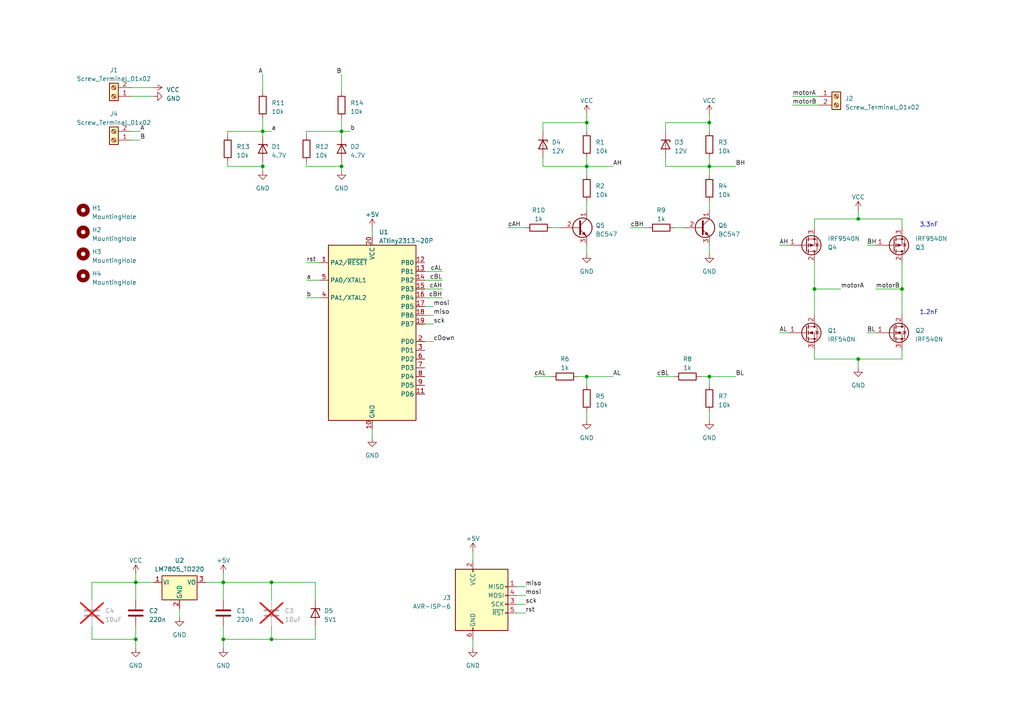
<source format=kicad_sch>
(kicad_sch (version 20230121) (generator eeschema)

  (uuid 4533011b-306c-4d6d-8c9c-c8e4017a6fd0)

  (paper "A4")

  (lib_symbols
    (symbol "Connector:AVR-ISP-6" (pin_names (offset 1.016)) (in_bom yes) (on_board yes)
      (property "Reference" "J" (at -6.35 11.43 0)
        (effects (font (size 1.27 1.27)) (justify left))
      )
      (property "Value" "AVR-ISP-6" (at 0 11.43 0)
        (effects (font (size 1.27 1.27)) (justify left))
      )
      (property "Footprint" "" (at -6.35 1.27 90)
        (effects (font (size 1.27 1.27)) hide)
      )
      (property "Datasheet" " ~" (at -32.385 -13.97 0)
        (effects (font (size 1.27 1.27)) hide)
      )
      (property "ki_keywords" "AVR ISP Connector" (at 0 0 0)
        (effects (font (size 1.27 1.27)) hide)
      )
      (property "ki_description" "Atmel 6-pin ISP connector" (at 0 0 0)
        (effects (font (size 1.27 1.27)) hide)
      )
      (property "ki_fp_filters" "IDC?Header*2x03* Pin?Header*2x03*" (at 0 0 0)
        (effects (font (size 1.27 1.27)) hide)
      )
      (symbol "AVR-ISP-6_0_1"
        (rectangle (start -2.667 -6.858) (end -2.413 -7.62)
          (stroke (width 0) (type default))
          (fill (type none))
        )
        (rectangle (start -2.667 10.16) (end -2.413 9.398)
          (stroke (width 0) (type default))
          (fill (type none))
        )
        (rectangle (start 7.62 -2.413) (end 6.858 -2.667)
          (stroke (width 0) (type default))
          (fill (type none))
        )
        (rectangle (start 7.62 0.127) (end 6.858 -0.127)
          (stroke (width 0) (type default))
          (fill (type none))
        )
        (rectangle (start 7.62 2.667) (end 6.858 2.413)
          (stroke (width 0) (type default))
          (fill (type none))
        )
        (rectangle (start 7.62 5.207) (end 6.858 4.953)
          (stroke (width 0) (type default))
          (fill (type none))
        )
        (rectangle (start 7.62 10.16) (end -7.62 -7.62)
          (stroke (width 0.254) (type default))
          (fill (type background))
        )
      )
      (symbol "AVR-ISP-6_1_1"
        (pin passive line (at 10.16 5.08 180) (length 2.54)
          (name "MISO" (effects (font (size 1.27 1.27))))
          (number "1" (effects (font (size 1.27 1.27))))
        )
        (pin passive line (at -2.54 12.7 270) (length 2.54)
          (name "VCC" (effects (font (size 1.27 1.27))))
          (number "2" (effects (font (size 1.27 1.27))))
        )
        (pin passive line (at 10.16 0 180) (length 2.54)
          (name "SCK" (effects (font (size 1.27 1.27))))
          (number "3" (effects (font (size 1.27 1.27))))
        )
        (pin passive line (at 10.16 2.54 180) (length 2.54)
          (name "MOSI" (effects (font (size 1.27 1.27))))
          (number "4" (effects (font (size 1.27 1.27))))
        )
        (pin passive line (at 10.16 -2.54 180) (length 2.54)
          (name "~{RST}" (effects (font (size 1.27 1.27))))
          (number "5" (effects (font (size 1.27 1.27))))
        )
        (pin passive line (at -2.54 -10.16 90) (length 2.54)
          (name "GND" (effects (font (size 1.27 1.27))))
          (number "6" (effects (font (size 1.27 1.27))))
        )
      )
    )
    (symbol "Connector:Screw_Terminal_01x02" (pin_names (offset 1.016) hide) (in_bom yes) (on_board yes)
      (property "Reference" "J" (at 0 2.54 0)
        (effects (font (size 1.27 1.27)))
      )
      (property "Value" "Screw_Terminal_01x02" (at 0 -5.08 0)
        (effects (font (size 1.27 1.27)))
      )
      (property "Footprint" "" (at 0 0 0)
        (effects (font (size 1.27 1.27)) hide)
      )
      (property "Datasheet" "~" (at 0 0 0)
        (effects (font (size 1.27 1.27)) hide)
      )
      (property "ki_keywords" "screw terminal" (at 0 0 0)
        (effects (font (size 1.27 1.27)) hide)
      )
      (property "ki_description" "Generic screw terminal, single row, 01x02, script generated (kicad-library-utils/schlib/autogen/connector/)" (at 0 0 0)
        (effects (font (size 1.27 1.27)) hide)
      )
      (property "ki_fp_filters" "TerminalBlock*:*" (at 0 0 0)
        (effects (font (size 1.27 1.27)) hide)
      )
      (symbol "Screw_Terminal_01x02_1_1"
        (rectangle (start -1.27 1.27) (end 1.27 -3.81)
          (stroke (width 0.254) (type default))
          (fill (type background))
        )
        (circle (center 0 -2.54) (radius 0.635)
          (stroke (width 0.1524) (type default))
          (fill (type none))
        )
        (polyline
          (pts
            (xy -0.5334 -2.2098)
            (xy 0.3302 -3.048)
          )
          (stroke (width 0.1524) (type default))
          (fill (type none))
        )
        (polyline
          (pts
            (xy -0.5334 0.3302)
            (xy 0.3302 -0.508)
          )
          (stroke (width 0.1524) (type default))
          (fill (type none))
        )
        (polyline
          (pts
            (xy -0.3556 -2.032)
            (xy 0.508 -2.8702)
          )
          (stroke (width 0.1524) (type default))
          (fill (type none))
        )
        (polyline
          (pts
            (xy -0.3556 0.508)
            (xy 0.508 -0.3302)
          )
          (stroke (width 0.1524) (type default))
          (fill (type none))
        )
        (circle (center 0 0) (radius 0.635)
          (stroke (width 0.1524) (type default))
          (fill (type none))
        )
        (pin passive line (at -5.08 0 0) (length 3.81)
          (name "Pin_1" (effects (font (size 1.27 1.27))))
          (number "1" (effects (font (size 1.27 1.27))))
        )
        (pin passive line (at -5.08 -2.54 0) (length 3.81)
          (name "Pin_2" (effects (font (size 1.27 1.27))))
          (number "2" (effects (font (size 1.27 1.27))))
        )
      )
    )
    (symbol "Device:C" (pin_numbers hide) (pin_names (offset 0.254)) (in_bom yes) (on_board yes)
      (property "Reference" "C" (at 0.635 2.54 0)
        (effects (font (size 1.27 1.27)) (justify left))
      )
      (property "Value" "C" (at 0.635 -2.54 0)
        (effects (font (size 1.27 1.27)) (justify left))
      )
      (property "Footprint" "" (at 0.9652 -3.81 0)
        (effects (font (size 1.27 1.27)) hide)
      )
      (property "Datasheet" "~" (at 0 0 0)
        (effects (font (size 1.27 1.27)) hide)
      )
      (property "ki_keywords" "cap capacitor" (at 0 0 0)
        (effects (font (size 1.27 1.27)) hide)
      )
      (property "ki_description" "Unpolarized capacitor" (at 0 0 0)
        (effects (font (size 1.27 1.27)) hide)
      )
      (property "ki_fp_filters" "C_*" (at 0 0 0)
        (effects (font (size 1.27 1.27)) hide)
      )
      (symbol "C_0_1"
        (polyline
          (pts
            (xy -2.032 -0.762)
            (xy 2.032 -0.762)
          )
          (stroke (width 0.508) (type default))
          (fill (type none))
        )
        (polyline
          (pts
            (xy -2.032 0.762)
            (xy 2.032 0.762)
          )
          (stroke (width 0.508) (type default))
          (fill (type none))
        )
      )
      (symbol "C_1_1"
        (pin passive line (at 0 3.81 270) (length 2.794)
          (name "~" (effects (font (size 1.27 1.27))))
          (number "1" (effects (font (size 1.27 1.27))))
        )
        (pin passive line (at 0 -3.81 90) (length 2.794)
          (name "~" (effects (font (size 1.27 1.27))))
          (number "2" (effects (font (size 1.27 1.27))))
        )
      )
    )
    (symbol "Device:D_Zener" (pin_numbers hide) (pin_names (offset 1.016) hide) (in_bom yes) (on_board yes)
      (property "Reference" "D" (at 0 2.54 0)
        (effects (font (size 1.27 1.27)))
      )
      (property "Value" "D_Zener" (at 0 -2.54 0)
        (effects (font (size 1.27 1.27)))
      )
      (property "Footprint" "" (at 0 0 0)
        (effects (font (size 1.27 1.27)) hide)
      )
      (property "Datasheet" "~" (at 0 0 0)
        (effects (font (size 1.27 1.27)) hide)
      )
      (property "ki_keywords" "diode" (at 0 0 0)
        (effects (font (size 1.27 1.27)) hide)
      )
      (property "ki_description" "Zener diode" (at 0 0 0)
        (effects (font (size 1.27 1.27)) hide)
      )
      (property "ki_fp_filters" "TO-???* *_Diode_* *SingleDiode* D_*" (at 0 0 0)
        (effects (font (size 1.27 1.27)) hide)
      )
      (symbol "D_Zener_0_1"
        (polyline
          (pts
            (xy 1.27 0)
            (xy -1.27 0)
          )
          (stroke (width 0) (type default))
          (fill (type none))
        )
        (polyline
          (pts
            (xy -1.27 -1.27)
            (xy -1.27 1.27)
            (xy -0.762 1.27)
          )
          (stroke (width 0.254) (type default))
          (fill (type none))
        )
        (polyline
          (pts
            (xy 1.27 -1.27)
            (xy 1.27 1.27)
            (xy -1.27 0)
            (xy 1.27 -1.27)
          )
          (stroke (width 0.254) (type default))
          (fill (type none))
        )
      )
      (symbol "D_Zener_1_1"
        (pin passive line (at -3.81 0 0) (length 2.54)
          (name "K" (effects (font (size 1.27 1.27))))
          (number "1" (effects (font (size 1.27 1.27))))
        )
        (pin passive line (at 3.81 0 180) (length 2.54)
          (name "A" (effects (font (size 1.27 1.27))))
          (number "2" (effects (font (size 1.27 1.27))))
        )
      )
    )
    (symbol "Device:R" (pin_numbers hide) (pin_names (offset 0)) (in_bom yes) (on_board yes)
      (property "Reference" "R" (at 2.032 0 90)
        (effects (font (size 1.27 1.27)))
      )
      (property "Value" "R" (at 0 0 90)
        (effects (font (size 1.27 1.27)))
      )
      (property "Footprint" "" (at -1.778 0 90)
        (effects (font (size 1.27 1.27)) hide)
      )
      (property "Datasheet" "~" (at 0 0 0)
        (effects (font (size 1.27 1.27)) hide)
      )
      (property "ki_keywords" "R res resistor" (at 0 0 0)
        (effects (font (size 1.27 1.27)) hide)
      )
      (property "ki_description" "Resistor" (at 0 0 0)
        (effects (font (size 1.27 1.27)) hide)
      )
      (property "ki_fp_filters" "R_*" (at 0 0 0)
        (effects (font (size 1.27 1.27)) hide)
      )
      (symbol "R_0_1"
        (rectangle (start -1.016 -2.54) (end 1.016 2.54)
          (stroke (width 0.254) (type default))
          (fill (type none))
        )
      )
      (symbol "R_1_1"
        (pin passive line (at 0 3.81 270) (length 1.27)
          (name "~" (effects (font (size 1.27 1.27))))
          (number "1" (effects (font (size 1.27 1.27))))
        )
        (pin passive line (at 0 -3.81 90) (length 1.27)
          (name "~" (effects (font (size 1.27 1.27))))
          (number "2" (effects (font (size 1.27 1.27))))
        )
      )
    )
    (symbol "MCU_Microchip_ATtiny:ATtiny2313-20P" (in_bom yes) (on_board yes)
      (property "Reference" "U" (at -12.7 26.67 0)
        (effects (font (size 1.27 1.27)) (justify left bottom))
      )
      (property "Value" "ATtiny2313-20P" (at 2.54 -26.67 0)
        (effects (font (size 1.27 1.27)) (justify left top))
      )
      (property "Footprint" "Package_DIP:DIP-20_W7.62mm" (at 0 0 0)
        (effects (font (size 1.27 1.27) italic) hide)
      )
      (property "Datasheet" "http://ww1.microchip.com/downloads/en/DeviceDoc/Atmel-2543-AVR-ATtiny2313_Datasheet.pdf" (at 0 0 0)
        (effects (font (size 1.27 1.27)) hide)
      )
      (property "ki_keywords" "AVR 8bit Microcontroller tinyAVR" (at 0 0 0)
        (effects (font (size 1.27 1.27)) hide)
      )
      (property "ki_description" "20MHz, 2kB Flash, 128B SRAM, 128B EEPROM, debugWIRE, DIP-20" (at 0 0 0)
        (effects (font (size 1.27 1.27)) hide)
      )
      (property "ki_fp_filters" "DIP*W7.62mm*" (at 0 0 0)
        (effects (font (size 1.27 1.27)) hide)
      )
      (symbol "ATtiny2313-20P_0_1"
        (rectangle (start -12.7 -25.4) (end 12.7 25.4)
          (stroke (width 0.254) (type default))
          (fill (type background))
        )
      )
      (symbol "ATtiny2313-20P_1_1"
        (pin bidirectional line (at -15.24 20.32 0) (length 2.54)
          (name "PA2/~{RESET}" (effects (font (size 1.27 1.27))))
          (number "1" (effects (font (size 1.27 1.27))))
        )
        (pin power_in line (at 0 -27.94 90) (length 2.54)
          (name "GND" (effects (font (size 1.27 1.27))))
          (number "10" (effects (font (size 1.27 1.27))))
        )
        (pin bidirectional line (at 15.24 -17.78 180) (length 2.54)
          (name "PD6" (effects (font (size 1.27 1.27))))
          (number "11" (effects (font (size 1.27 1.27))))
        )
        (pin bidirectional line (at 15.24 20.32 180) (length 2.54)
          (name "PB0" (effects (font (size 1.27 1.27))))
          (number "12" (effects (font (size 1.27 1.27))))
        )
        (pin bidirectional line (at 15.24 17.78 180) (length 2.54)
          (name "PB1" (effects (font (size 1.27 1.27))))
          (number "13" (effects (font (size 1.27 1.27))))
        )
        (pin bidirectional line (at 15.24 15.24 180) (length 2.54)
          (name "PB2" (effects (font (size 1.27 1.27))))
          (number "14" (effects (font (size 1.27 1.27))))
        )
        (pin bidirectional line (at 15.24 12.7 180) (length 2.54)
          (name "PB3" (effects (font (size 1.27 1.27))))
          (number "15" (effects (font (size 1.27 1.27))))
        )
        (pin bidirectional line (at 15.24 10.16 180) (length 2.54)
          (name "PB4" (effects (font (size 1.27 1.27))))
          (number "16" (effects (font (size 1.27 1.27))))
        )
        (pin bidirectional line (at 15.24 7.62 180) (length 2.54)
          (name "PB5" (effects (font (size 1.27 1.27))))
          (number "17" (effects (font (size 1.27 1.27))))
        )
        (pin bidirectional line (at 15.24 5.08 180) (length 2.54)
          (name "PB6" (effects (font (size 1.27 1.27))))
          (number "18" (effects (font (size 1.27 1.27))))
        )
        (pin bidirectional line (at 15.24 2.54 180) (length 2.54)
          (name "PB7" (effects (font (size 1.27 1.27))))
          (number "19" (effects (font (size 1.27 1.27))))
        )
        (pin bidirectional line (at 15.24 -2.54 180) (length 2.54)
          (name "PD0" (effects (font (size 1.27 1.27))))
          (number "2" (effects (font (size 1.27 1.27))))
        )
        (pin power_in line (at 0 27.94 270) (length 2.54)
          (name "VCC" (effects (font (size 1.27 1.27))))
          (number "20" (effects (font (size 1.27 1.27))))
        )
        (pin bidirectional line (at 15.24 -5.08 180) (length 2.54)
          (name "PD1" (effects (font (size 1.27 1.27))))
          (number "3" (effects (font (size 1.27 1.27))))
        )
        (pin bidirectional line (at -15.24 10.16 0) (length 2.54)
          (name "PA1/XTAL2" (effects (font (size 1.27 1.27))))
          (number "4" (effects (font (size 1.27 1.27))))
        )
        (pin bidirectional line (at -15.24 15.24 0) (length 2.54)
          (name "PA0/XTAL1" (effects (font (size 1.27 1.27))))
          (number "5" (effects (font (size 1.27 1.27))))
        )
        (pin bidirectional line (at 15.24 -7.62 180) (length 2.54)
          (name "PD2" (effects (font (size 1.27 1.27))))
          (number "6" (effects (font (size 1.27 1.27))))
        )
        (pin bidirectional line (at 15.24 -10.16 180) (length 2.54)
          (name "PD3" (effects (font (size 1.27 1.27))))
          (number "7" (effects (font (size 1.27 1.27))))
        )
        (pin bidirectional line (at 15.24 -12.7 180) (length 2.54)
          (name "PD4" (effects (font (size 1.27 1.27))))
          (number "8" (effects (font (size 1.27 1.27))))
        )
        (pin bidirectional line (at 15.24 -15.24 180) (length 2.54)
          (name "PD5" (effects (font (size 1.27 1.27))))
          (number "9" (effects (font (size 1.27 1.27))))
        )
      )
    )
    (symbol "Mechanical:MountingHole" (pin_names (offset 1.016)) (in_bom yes) (on_board yes)
      (property "Reference" "H" (at 0 5.08 0)
        (effects (font (size 1.27 1.27)))
      )
      (property "Value" "MountingHole" (at 0 3.175 0)
        (effects (font (size 1.27 1.27)))
      )
      (property "Footprint" "" (at 0 0 0)
        (effects (font (size 1.27 1.27)) hide)
      )
      (property "Datasheet" "~" (at 0 0 0)
        (effects (font (size 1.27 1.27)) hide)
      )
      (property "ki_keywords" "mounting hole" (at 0 0 0)
        (effects (font (size 1.27 1.27)) hide)
      )
      (property "ki_description" "Mounting Hole without connection" (at 0 0 0)
        (effects (font (size 1.27 1.27)) hide)
      )
      (property "ki_fp_filters" "MountingHole*" (at 0 0 0)
        (effects (font (size 1.27 1.27)) hide)
      )
      (symbol "MountingHole_0_1"
        (circle (center 0 0) (radius 1.27)
          (stroke (width 1.27) (type default))
          (fill (type none))
        )
      )
    )
    (symbol "Regulator_Linear:LM7805_TO220" (pin_names (offset 0.254)) (in_bom yes) (on_board yes)
      (property "Reference" "U" (at -3.81 3.175 0)
        (effects (font (size 1.27 1.27)))
      )
      (property "Value" "LM7805_TO220" (at 0 3.175 0)
        (effects (font (size 1.27 1.27)) (justify left))
      )
      (property "Footprint" "Package_TO_SOT_THT:TO-220-3_Vertical" (at 0 5.715 0)
        (effects (font (size 1.27 1.27) italic) hide)
      )
      (property "Datasheet" "https://www.onsemi.cn/PowerSolutions/document/MC7800-D.PDF" (at 0 -1.27 0)
        (effects (font (size 1.27 1.27)) hide)
      )
      (property "ki_keywords" "Voltage Regulator 1A Positive" (at 0 0 0)
        (effects (font (size 1.27 1.27)) hide)
      )
      (property "ki_description" "Positive 1A 35V Linear Regulator, Fixed Output 5V, TO-220" (at 0 0 0)
        (effects (font (size 1.27 1.27)) hide)
      )
      (property "ki_fp_filters" "TO?220*" (at 0 0 0)
        (effects (font (size 1.27 1.27)) hide)
      )
      (symbol "LM7805_TO220_0_1"
        (rectangle (start -5.08 1.905) (end 5.08 -5.08)
          (stroke (width 0.254) (type default))
          (fill (type background))
        )
      )
      (symbol "LM7805_TO220_1_1"
        (pin power_in line (at -7.62 0 0) (length 2.54)
          (name "VI" (effects (font (size 1.27 1.27))))
          (number "1" (effects (font (size 1.27 1.27))))
        )
        (pin power_in line (at 0 -7.62 90) (length 2.54)
          (name "GND" (effects (font (size 1.27 1.27))))
          (number "2" (effects (font (size 1.27 1.27))))
        )
        (pin power_out line (at 7.62 0 180) (length 2.54)
          (name "VO" (effects (font (size 1.27 1.27))))
          (number "3" (effects (font (size 1.27 1.27))))
        )
      )
    )
    (symbol "Transistor_BJT:BC547" (pin_names (offset 0) hide) (in_bom yes) (on_board yes)
      (property "Reference" "Q" (at 5.08 1.905 0)
        (effects (font (size 1.27 1.27)) (justify left))
      )
      (property "Value" "BC547" (at 5.08 0 0)
        (effects (font (size 1.27 1.27)) (justify left))
      )
      (property "Footprint" "Package_TO_SOT_THT:TO-92_Inline" (at 5.08 -1.905 0)
        (effects (font (size 1.27 1.27) italic) (justify left) hide)
      )
      (property "Datasheet" "https://www.onsemi.com/pub/Collateral/BC550-D.pdf" (at 0 0 0)
        (effects (font (size 1.27 1.27)) (justify left) hide)
      )
      (property "ki_keywords" "NPN Transistor" (at 0 0 0)
        (effects (font (size 1.27 1.27)) hide)
      )
      (property "ki_description" "0.1A Ic, 45V Vce, Small Signal NPN Transistor, TO-92" (at 0 0 0)
        (effects (font (size 1.27 1.27)) hide)
      )
      (property "ki_fp_filters" "TO?92*" (at 0 0 0)
        (effects (font (size 1.27 1.27)) hide)
      )
      (symbol "BC547_0_1"
        (polyline
          (pts
            (xy 0 0)
            (xy 0.635 0)
          )
          (stroke (width 0) (type default))
          (fill (type none))
        )
        (polyline
          (pts
            (xy 0.635 0.635)
            (xy 2.54 2.54)
          )
          (stroke (width 0) (type default))
          (fill (type none))
        )
        (polyline
          (pts
            (xy 0.635 -0.635)
            (xy 2.54 -2.54)
            (xy 2.54 -2.54)
          )
          (stroke (width 0) (type default))
          (fill (type none))
        )
        (polyline
          (pts
            (xy 0.635 1.905)
            (xy 0.635 -1.905)
            (xy 0.635 -1.905)
          )
          (stroke (width 0.508) (type default))
          (fill (type none))
        )
        (polyline
          (pts
            (xy 1.27 -1.778)
            (xy 1.778 -1.27)
            (xy 2.286 -2.286)
            (xy 1.27 -1.778)
            (xy 1.27 -1.778)
          )
          (stroke (width 0) (type default))
          (fill (type outline))
        )
        (circle (center 1.27 0) (radius 2.8194)
          (stroke (width 0.254) (type default))
          (fill (type none))
        )
      )
      (symbol "BC547_1_1"
        (pin passive line (at 2.54 5.08 270) (length 2.54)
          (name "C" (effects (font (size 1.27 1.27))))
          (number "1" (effects (font (size 1.27 1.27))))
        )
        (pin input line (at -5.08 0 0) (length 5.08)
          (name "B" (effects (font (size 1.27 1.27))))
          (number "2" (effects (font (size 1.27 1.27))))
        )
        (pin passive line (at 2.54 -5.08 90) (length 2.54)
          (name "E" (effects (font (size 1.27 1.27))))
          (number "3" (effects (font (size 1.27 1.27))))
        )
      )
    )
    (symbol "Transistor_FET:IRF540N" (pin_names hide) (in_bom yes) (on_board yes)
      (property "Reference" "Q" (at 6.35 1.905 0)
        (effects (font (size 1.27 1.27)) (justify left))
      )
      (property "Value" "IRF540N" (at 6.35 0 0)
        (effects (font (size 1.27 1.27)) (justify left))
      )
      (property "Footprint" "Package_TO_SOT_THT:TO-220-3_Vertical" (at 6.35 -1.905 0)
        (effects (font (size 1.27 1.27) italic) (justify left) hide)
      )
      (property "Datasheet" "http://www.irf.com/product-info/datasheets/data/irf540n.pdf" (at 0 0 0)
        (effects (font (size 1.27 1.27)) (justify left) hide)
      )
      (property "ki_keywords" "HEXFET N-Channel MOSFET" (at 0 0 0)
        (effects (font (size 1.27 1.27)) hide)
      )
      (property "ki_description" "33A Id, 100V Vds, HEXFET N-Channel MOSFET, TO-220" (at 0 0 0)
        (effects (font (size 1.27 1.27)) hide)
      )
      (property "ki_fp_filters" "TO?220*" (at 0 0 0)
        (effects (font (size 1.27 1.27)) hide)
      )
      (symbol "IRF540N_0_1"
        (polyline
          (pts
            (xy 0.254 0)
            (xy -2.54 0)
          )
          (stroke (width 0) (type default))
          (fill (type none))
        )
        (polyline
          (pts
            (xy 0.254 1.905)
            (xy 0.254 -1.905)
          )
          (stroke (width 0.254) (type default))
          (fill (type none))
        )
        (polyline
          (pts
            (xy 0.762 -1.27)
            (xy 0.762 -2.286)
          )
          (stroke (width 0.254) (type default))
          (fill (type none))
        )
        (polyline
          (pts
            (xy 0.762 0.508)
            (xy 0.762 -0.508)
          )
          (stroke (width 0.254) (type default))
          (fill (type none))
        )
        (polyline
          (pts
            (xy 0.762 2.286)
            (xy 0.762 1.27)
          )
          (stroke (width 0.254) (type default))
          (fill (type none))
        )
        (polyline
          (pts
            (xy 2.54 2.54)
            (xy 2.54 1.778)
          )
          (stroke (width 0) (type default))
          (fill (type none))
        )
        (polyline
          (pts
            (xy 2.54 -2.54)
            (xy 2.54 0)
            (xy 0.762 0)
          )
          (stroke (width 0) (type default))
          (fill (type none))
        )
        (polyline
          (pts
            (xy 0.762 -1.778)
            (xy 3.302 -1.778)
            (xy 3.302 1.778)
            (xy 0.762 1.778)
          )
          (stroke (width 0) (type default))
          (fill (type none))
        )
        (polyline
          (pts
            (xy 1.016 0)
            (xy 2.032 0.381)
            (xy 2.032 -0.381)
            (xy 1.016 0)
          )
          (stroke (width 0) (type default))
          (fill (type outline))
        )
        (polyline
          (pts
            (xy 2.794 0.508)
            (xy 2.921 0.381)
            (xy 3.683 0.381)
            (xy 3.81 0.254)
          )
          (stroke (width 0) (type default))
          (fill (type none))
        )
        (polyline
          (pts
            (xy 3.302 0.381)
            (xy 2.921 -0.254)
            (xy 3.683 -0.254)
            (xy 3.302 0.381)
          )
          (stroke (width 0) (type default))
          (fill (type none))
        )
        (circle (center 1.651 0) (radius 2.794)
          (stroke (width 0.254) (type default))
          (fill (type none))
        )
        (circle (center 2.54 -1.778) (radius 0.254)
          (stroke (width 0) (type default))
          (fill (type outline))
        )
        (circle (center 2.54 1.778) (radius 0.254)
          (stroke (width 0) (type default))
          (fill (type outline))
        )
      )
      (symbol "IRF540N_1_1"
        (pin input line (at -5.08 0 0) (length 2.54)
          (name "G" (effects (font (size 1.27 1.27))))
          (number "1" (effects (font (size 1.27 1.27))))
        )
        (pin passive line (at 2.54 5.08 270) (length 2.54)
          (name "D" (effects (font (size 1.27 1.27))))
          (number "2" (effects (font (size 1.27 1.27))))
        )
        (pin passive line (at 2.54 -5.08 90) (length 2.54)
          (name "S" (effects (font (size 1.27 1.27))))
          (number "3" (effects (font (size 1.27 1.27))))
        )
      )
    )
    (symbol "Transistor_FET:IRF9540N" (pin_names hide) (in_bom yes) (on_board yes)
      (property "Reference" "Q" (at 5.08 1.905 0)
        (effects (font (size 1.27 1.27)) (justify left))
      )
      (property "Value" "IRF9540N" (at 5.08 0 0)
        (effects (font (size 1.27 1.27)) (justify left))
      )
      (property "Footprint" "Package_TO_SOT_THT:TO-220-3_Vertical" (at 5.08 -1.905 0)
        (effects (font (size 1.27 1.27) italic) (justify left) hide)
      )
      (property "Datasheet" "http://www.irf.com/product-info/datasheets/data/irf9540n.pdf" (at 0 0 0)
        (effects (font (size 1.27 1.27)) (justify left) hide)
      )
      (property "ki_keywords" "P-Channel MOSFET HEXFET" (at 0 0 0)
        (effects (font (size 1.27 1.27)) hide)
      )
      (property "ki_description" "-23A Id, -100V Vds, 117mOhm Rds, P-Channel HEXFET Power MOSFET, TO-220" (at 0 0 0)
        (effects (font (size 1.27 1.27)) hide)
      )
      (property "ki_fp_filters" "TO?220*" (at 0 0 0)
        (effects (font (size 1.27 1.27)) hide)
      )
      (symbol "IRF9540N_0_1"
        (polyline
          (pts
            (xy 0.254 0)
            (xy -2.54 0)
          )
          (stroke (width 0) (type default))
          (fill (type none))
        )
        (polyline
          (pts
            (xy 0.254 1.905)
            (xy 0.254 -1.905)
          )
          (stroke (width 0.254) (type default))
          (fill (type none))
        )
        (polyline
          (pts
            (xy 0.762 -1.27)
            (xy 0.762 -2.286)
          )
          (stroke (width 0.254) (type default))
          (fill (type none))
        )
        (polyline
          (pts
            (xy 0.762 0.508)
            (xy 0.762 -0.508)
          )
          (stroke (width 0.254) (type default))
          (fill (type none))
        )
        (polyline
          (pts
            (xy 0.762 2.286)
            (xy 0.762 1.27)
          )
          (stroke (width 0.254) (type default))
          (fill (type none))
        )
        (polyline
          (pts
            (xy 2.54 2.54)
            (xy 2.54 1.778)
          )
          (stroke (width 0) (type default))
          (fill (type none))
        )
        (polyline
          (pts
            (xy 2.54 -2.54)
            (xy 2.54 0)
            (xy 0.762 0)
          )
          (stroke (width 0) (type default))
          (fill (type none))
        )
        (polyline
          (pts
            (xy 0.762 1.778)
            (xy 3.302 1.778)
            (xy 3.302 -1.778)
            (xy 0.762 -1.778)
          )
          (stroke (width 0) (type default))
          (fill (type none))
        )
        (polyline
          (pts
            (xy 2.286 0)
            (xy 1.27 0.381)
            (xy 1.27 -0.381)
            (xy 2.286 0)
          )
          (stroke (width 0) (type default))
          (fill (type outline))
        )
        (polyline
          (pts
            (xy 2.794 -0.508)
            (xy 2.921 -0.381)
            (xy 3.683 -0.381)
            (xy 3.81 -0.254)
          )
          (stroke (width 0) (type default))
          (fill (type none))
        )
        (polyline
          (pts
            (xy 3.302 -0.381)
            (xy 2.921 0.254)
            (xy 3.683 0.254)
            (xy 3.302 -0.381)
          )
          (stroke (width 0) (type default))
          (fill (type none))
        )
        (circle (center 1.651 0) (radius 2.794)
          (stroke (width 0.254) (type default))
          (fill (type none))
        )
        (circle (center 2.54 -1.778) (radius 0.254)
          (stroke (width 0) (type default))
          (fill (type outline))
        )
        (circle (center 2.54 1.778) (radius 0.254)
          (stroke (width 0) (type default))
          (fill (type outline))
        )
      )
      (symbol "IRF9540N_1_1"
        (pin input line (at -5.08 0 0) (length 2.54)
          (name "G" (effects (font (size 1.27 1.27))))
          (number "1" (effects (font (size 1.27 1.27))))
        )
        (pin passive line (at 2.54 5.08 270) (length 2.54)
          (name "D" (effects (font (size 1.27 1.27))))
          (number "2" (effects (font (size 1.27 1.27))))
        )
        (pin passive line (at 2.54 -5.08 90) (length 2.54)
          (name "S" (effects (font (size 1.27 1.27))))
          (number "3" (effects (font (size 1.27 1.27))))
        )
      )
    )
    (symbol "power:+5V" (power) (pin_names (offset 0)) (in_bom yes) (on_board yes)
      (property "Reference" "#PWR" (at 0 -3.81 0)
        (effects (font (size 1.27 1.27)) hide)
      )
      (property "Value" "+5V" (at 0 3.556 0)
        (effects (font (size 1.27 1.27)))
      )
      (property "Footprint" "" (at 0 0 0)
        (effects (font (size 1.27 1.27)) hide)
      )
      (property "Datasheet" "" (at 0 0 0)
        (effects (font (size 1.27 1.27)) hide)
      )
      (property "ki_keywords" "global power" (at 0 0 0)
        (effects (font (size 1.27 1.27)) hide)
      )
      (property "ki_description" "Power symbol creates a global label with name \"+5V\"" (at 0 0 0)
        (effects (font (size 1.27 1.27)) hide)
      )
      (symbol "+5V_0_1"
        (polyline
          (pts
            (xy -0.762 1.27)
            (xy 0 2.54)
          )
          (stroke (width 0) (type default))
          (fill (type none))
        )
        (polyline
          (pts
            (xy 0 0)
            (xy 0 2.54)
          )
          (stroke (width 0) (type default))
          (fill (type none))
        )
        (polyline
          (pts
            (xy 0 2.54)
            (xy 0.762 1.27)
          )
          (stroke (width 0) (type default))
          (fill (type none))
        )
      )
      (symbol "+5V_1_1"
        (pin power_in line (at 0 0 90) (length 0) hide
          (name "+5V" (effects (font (size 1.27 1.27))))
          (number "1" (effects (font (size 1.27 1.27))))
        )
      )
    )
    (symbol "power:GND" (power) (pin_names (offset 0)) (in_bom yes) (on_board yes)
      (property "Reference" "#PWR" (at 0 -6.35 0)
        (effects (font (size 1.27 1.27)) hide)
      )
      (property "Value" "GND" (at 0 -3.81 0)
        (effects (font (size 1.27 1.27)))
      )
      (property "Footprint" "" (at 0 0 0)
        (effects (font (size 1.27 1.27)) hide)
      )
      (property "Datasheet" "" (at 0 0 0)
        (effects (font (size 1.27 1.27)) hide)
      )
      (property "ki_keywords" "global power" (at 0 0 0)
        (effects (font (size 1.27 1.27)) hide)
      )
      (property "ki_description" "Power symbol creates a global label with name \"GND\" , ground" (at 0 0 0)
        (effects (font (size 1.27 1.27)) hide)
      )
      (symbol "GND_0_1"
        (polyline
          (pts
            (xy 0 0)
            (xy 0 -1.27)
            (xy 1.27 -1.27)
            (xy 0 -2.54)
            (xy -1.27 -1.27)
            (xy 0 -1.27)
          )
          (stroke (width 0) (type default))
          (fill (type none))
        )
      )
      (symbol "GND_1_1"
        (pin power_in line (at 0 0 270) (length 0) hide
          (name "GND" (effects (font (size 1.27 1.27))))
          (number "1" (effects (font (size 1.27 1.27))))
        )
      )
    )
    (symbol "power:VCC" (power) (pin_names (offset 0)) (in_bom yes) (on_board yes)
      (property "Reference" "#PWR" (at 0 -3.81 0)
        (effects (font (size 1.27 1.27)) hide)
      )
      (property "Value" "VCC" (at 0 3.81 0)
        (effects (font (size 1.27 1.27)))
      )
      (property "Footprint" "" (at 0 0 0)
        (effects (font (size 1.27 1.27)) hide)
      )
      (property "Datasheet" "" (at 0 0 0)
        (effects (font (size 1.27 1.27)) hide)
      )
      (property "ki_keywords" "global power" (at 0 0 0)
        (effects (font (size 1.27 1.27)) hide)
      )
      (property "ki_description" "Power symbol creates a global label with name \"VCC\"" (at 0 0 0)
        (effects (font (size 1.27 1.27)) hide)
      )
      (symbol "VCC_0_1"
        (polyline
          (pts
            (xy -0.762 1.27)
            (xy 0 2.54)
          )
          (stroke (width 0) (type default))
          (fill (type none))
        )
        (polyline
          (pts
            (xy 0 0)
            (xy 0 2.54)
          )
          (stroke (width 0) (type default))
          (fill (type none))
        )
        (polyline
          (pts
            (xy 0 2.54)
            (xy 0.762 1.27)
          )
          (stroke (width 0) (type default))
          (fill (type none))
        )
      )
      (symbol "VCC_1_1"
        (pin power_in line (at 0 0 90) (length 0) hide
          (name "VCC" (effects (font (size 1.27 1.27))))
          (number "1" (effects (font (size 1.27 1.27))))
        )
      )
    )
  )

  (junction (at 205.74 48.26) (diameter 0) (color 0 0 0 0)
    (uuid 01d97bba-9416-48fe-9c78-e9ebecc1230b)
  )
  (junction (at 64.77 168.91) (diameter 0) (color 0 0 0 0)
    (uuid 14a90d82-7418-4ff4-9ad5-e428f406c293)
  )
  (junction (at 236.22 83.82) (diameter 0) (color 0 0 0 0)
    (uuid 15a2cd23-236e-4680-8758-22bcc6ff6ff3)
  )
  (junction (at 39.37 168.91) (diameter 0) (color 0 0 0 0)
    (uuid 1907f1eb-d66f-4264-9f0f-85cd31943619)
  )
  (junction (at 248.92 104.14) (diameter 0) (color 0 0 0 0)
    (uuid 1b90d654-f24a-49cf-a37d-208d1a423f43)
  )
  (junction (at 99.06 48.26) (diameter 0) (color 0 0 0 0)
    (uuid 2ad46681-f443-4392-b960-def75847b4d3)
  )
  (junction (at 76.2 38.1) (diameter 0) (color 0 0 0 0)
    (uuid 34e78bb5-4c76-4bf4-b00e-204306ef51a6)
  )
  (junction (at 248.92 63.5) (diameter 0) (color 0 0 0 0)
    (uuid 375565ed-1bd9-44f4-a5df-feaa88fb9d0e)
  )
  (junction (at 64.77 185.42) (diameter 0) (color 0 0 0 0)
    (uuid 64638fd9-251b-4e57-a1ff-e243a3c32d45)
  )
  (junction (at 205.74 109.22) (diameter 0) (color 0 0 0 0)
    (uuid 64f54a37-676d-4c78-9efd-f788396e84df)
  )
  (junction (at 99.06 38.1) (diameter 0) (color 0 0 0 0)
    (uuid 795e7e49-fac1-44c9-9769-01a2d2fdfb3c)
  )
  (junction (at 76.2 48.26) (diameter 0) (color 0 0 0 0)
    (uuid 7a9e5668-6957-4405-bb8b-931d1e750016)
  )
  (junction (at 78.74 185.42) (diameter 0) (color 0 0 0 0)
    (uuid 7b88718a-cddd-42ab-9700-2d9599990f20)
  )
  (junction (at 39.37 185.42) (diameter 0) (color 0 0 0 0)
    (uuid 8867d985-8f0d-4da5-b4c5-3140f4ae196e)
  )
  (junction (at 170.18 48.26) (diameter 0) (color 0 0 0 0)
    (uuid b93f46ba-751e-4587-a1d5-1f30654a5c7b)
  )
  (junction (at 261.62 83.82) (diameter 0) (color 0 0 0 0)
    (uuid c00faeb1-bdfd-4e56-ae94-e49d65231b2d)
  )
  (junction (at 205.74 35.56) (diameter 0) (color 0 0 0 0)
    (uuid c3e01238-ba1a-4d3f-ac3f-2f633595608e)
  )
  (junction (at 78.74 168.91) (diameter 0) (color 0 0 0 0)
    (uuid e46c350b-7b60-4e24-a602-0604d9d2837c)
  )
  (junction (at 170.18 109.22) (diameter 0) (color 0 0 0 0)
    (uuid e6ac986e-81e9-422d-94b3-0f55fc603836)
  )
  (junction (at 170.18 35.56) (diameter 0) (color 0 0 0 0)
    (uuid e904abdd-5cbc-481c-9cd1-7bc3a44b0293)
  )

  (wire (pts (xy 39.37 166.37) (xy 39.37 168.91))
    (stroke (width 0) (type default))
    (uuid 038370d6-3f60-461b-9c97-9232947d5567)
  )
  (wire (pts (xy 123.19 91.44) (xy 125.73 91.44))
    (stroke (width 0) (type default))
    (uuid 03ababb7-8550-4d7e-83e8-9caec56ed22f)
  )
  (wire (pts (xy 99.06 21.59) (xy 99.06 26.67))
    (stroke (width 0) (type default))
    (uuid 05dd9c55-78a1-4853-ad0c-e05dd4a59daa)
  )
  (wire (pts (xy 149.86 175.26) (xy 152.4 175.26))
    (stroke (width 0) (type default))
    (uuid 0790b467-076d-43f3-84eb-50e3291cc1a7)
  )
  (wire (pts (xy 78.74 181.61) (xy 78.74 185.42))
    (stroke (width 0) (type default))
    (uuid 09dfa5eb-7830-4632-88a8-da1d3be57b03)
  )
  (wire (pts (xy 39.37 181.61) (xy 39.37 185.42))
    (stroke (width 0) (type default))
    (uuid 0a9df175-03fb-456a-9499-6215dae7267b)
  )
  (wire (pts (xy 76.2 21.59) (xy 76.2 26.67))
    (stroke (width 0) (type default))
    (uuid 0bef6cc2-0f18-4601-8f4f-7c063244aca4)
  )
  (wire (pts (xy 76.2 38.1) (xy 76.2 39.37))
    (stroke (width 0) (type default))
    (uuid 0c3f7585-6e9c-4a36-9520-e4b846122aec)
  )
  (wire (pts (xy 107.95 66.04) (xy 107.95 68.58))
    (stroke (width 0) (type default))
    (uuid 0c88a9da-8eae-4d8d-8c1c-01ea6fe33f0a)
  )
  (wire (pts (xy 195.58 66.04) (xy 198.12 66.04))
    (stroke (width 0) (type default))
    (uuid 0fc5526f-d255-4313-8594-88e0980bd059)
  )
  (wire (pts (xy 99.06 38.1) (xy 101.6 38.1))
    (stroke (width 0) (type default))
    (uuid 13ddc6fc-ef74-4b43-99d9-ea7cfc3dde7e)
  )
  (wire (pts (xy 170.18 71.12) (xy 170.18 73.66))
    (stroke (width 0) (type default))
    (uuid 15de2d2e-3af8-4acb-b0c2-60a90f22b6bc)
  )
  (wire (pts (xy 157.48 48.26) (xy 170.18 48.26))
    (stroke (width 0) (type default))
    (uuid 16f08590-41dc-47ad-bc54-b538f7bc09c3)
  )
  (wire (pts (xy 99.06 34.29) (xy 99.06 38.1))
    (stroke (width 0) (type default))
    (uuid 1b896313-f861-4c64-890d-99fd29729ad7)
  )
  (wire (pts (xy 261.62 76.2) (xy 261.62 83.82))
    (stroke (width 0) (type default))
    (uuid 22780dd1-9625-47af-9511-cf78eb52fab4)
  )
  (wire (pts (xy 236.22 76.2) (xy 236.22 83.82))
    (stroke (width 0) (type default))
    (uuid 232f7fdb-eb77-4eec-aba7-453d204d0b3a)
  )
  (wire (pts (xy 66.04 48.26) (xy 76.2 48.26))
    (stroke (width 0) (type default))
    (uuid 23d8e4ec-85b8-4d4b-a52e-c441c4e909db)
  )
  (wire (pts (xy 123.19 93.98) (xy 125.73 93.98))
    (stroke (width 0) (type default))
    (uuid 274acf31-8669-4d79-aabb-d6b10eeea297)
  )
  (wire (pts (xy 205.74 58.42) (xy 205.74 60.96))
    (stroke (width 0) (type default))
    (uuid 29fee398-a8c0-46eb-b59f-8578973ceccb)
  )
  (wire (pts (xy 88.9 48.26) (xy 99.06 48.26))
    (stroke (width 0) (type default))
    (uuid 2b5a1712-6e68-46fb-8ec7-0a207eecac0d)
  )
  (wire (pts (xy 248.92 104.14) (xy 261.62 104.14))
    (stroke (width 0) (type default))
    (uuid 2b61c48c-16d5-429f-b5ae-e38b594ee95c)
  )
  (wire (pts (xy 128.27 86.36) (xy 123.19 86.36))
    (stroke (width 0) (type default))
    (uuid 2e97f4dc-f0af-497d-a63a-1871f300aa94)
  )
  (wire (pts (xy 170.18 48.26) (xy 170.18 50.8))
    (stroke (width 0) (type default))
    (uuid 3030aa2e-9cdc-4b3e-98ba-4961c029468c)
  )
  (wire (pts (xy 123.19 88.9) (xy 125.73 88.9))
    (stroke (width 0) (type default))
    (uuid 30b8ac83-ad92-42c9-9f57-a198666ef987)
  )
  (wire (pts (xy 205.74 48.26) (xy 205.74 50.8))
    (stroke (width 0) (type default))
    (uuid 3468a52e-7e15-4497-a473-834cebb4e278)
  )
  (wire (pts (xy 99.06 48.26) (xy 99.06 49.53))
    (stroke (width 0) (type default))
    (uuid 361de59d-ed6a-4d45-9e7b-b01a8172fb41)
  )
  (wire (pts (xy 39.37 168.91) (xy 39.37 173.99))
    (stroke (width 0) (type default))
    (uuid 3847ad5f-2da2-4b51-a41a-88ec0c1bf0e2)
  )
  (wire (pts (xy 91.44 185.42) (xy 78.74 185.42))
    (stroke (width 0) (type default))
    (uuid 38941739-8138-4442-bd87-474e4fd837b0)
  )
  (wire (pts (xy 205.74 33.02) (xy 205.74 35.56))
    (stroke (width 0) (type default))
    (uuid 39cb73f2-d509-4441-aa7f-8de7e9d07374)
  )
  (wire (pts (xy 193.04 35.56) (xy 193.04 38.1))
    (stroke (width 0) (type default))
    (uuid 3bac4306-e18c-4016-a324-64e1d6e9a2bd)
  )
  (wire (pts (xy 170.18 109.22) (xy 177.8 109.22))
    (stroke (width 0) (type default))
    (uuid 3c22abbc-9df6-4a80-b5cc-f2204f6171a0)
  )
  (wire (pts (xy 229.87 30.48) (xy 237.49 30.48))
    (stroke (width 0) (type default))
    (uuid 3f4d6e6a-321c-41de-bb77-b7df8b0cb007)
  )
  (wire (pts (xy 137.16 160.02) (xy 137.16 162.56))
    (stroke (width 0) (type default))
    (uuid 3f5f6673-365b-49ce-8802-903468d3148d)
  )
  (wire (pts (xy 38.1 25.4) (xy 44.45 25.4))
    (stroke (width 0) (type default))
    (uuid 3fd0c7f3-9afd-43af-81f0-616e938c19ba)
  )
  (wire (pts (xy 229.87 27.94) (xy 237.49 27.94))
    (stroke (width 0) (type default))
    (uuid 44412633-0dd8-4e66-ba36-a9e4c5e33d27)
  )
  (wire (pts (xy 254 83.82) (xy 261.62 83.82))
    (stroke (width 0) (type default))
    (uuid 454513cf-9f94-413a-bcb7-1a626d6752bb)
  )
  (wire (pts (xy 251.46 96.52) (xy 254 96.52))
    (stroke (width 0) (type default))
    (uuid 47064621-1f20-46ff-a9c9-dbf0876fcfb5)
  )
  (wire (pts (xy 26.67 173.99) (xy 26.67 168.91))
    (stroke (width 0) (type default))
    (uuid 4b7b694d-798d-45c4-aefa-64bcf85546f0)
  )
  (wire (pts (xy 26.67 181.61) (xy 26.67 185.42))
    (stroke (width 0) (type default))
    (uuid 4ee71c71-db26-4a3e-bd25-c01e16194da1)
  )
  (wire (pts (xy 193.04 45.72) (xy 193.04 48.26))
    (stroke (width 0) (type default))
    (uuid 4ff15fa5-a3d4-4744-9a02-7a471a01926d)
  )
  (wire (pts (xy 91.44 173.99) (xy 91.44 168.91))
    (stroke (width 0) (type default))
    (uuid 50edbb4e-17c5-41ab-94cc-6b3c6e011b70)
  )
  (wire (pts (xy 248.92 63.5) (xy 236.22 63.5))
    (stroke (width 0) (type default))
    (uuid 51a740ad-0169-41fd-adc4-74644b775f3a)
  )
  (wire (pts (xy 107.95 124.46) (xy 107.95 127))
    (stroke (width 0) (type default))
    (uuid 52721a46-eead-4241-9cf4-89777eb09bce)
  )
  (wire (pts (xy 137.16 185.42) (xy 137.16 187.96))
    (stroke (width 0) (type default))
    (uuid 582784e6-9e91-4224-8792-178592910434)
  )
  (wire (pts (xy 128.27 78.74) (xy 123.19 78.74))
    (stroke (width 0) (type default))
    (uuid 5cfc8bd8-1a0a-47c3-b5b5-b312eae6e7c1)
  )
  (wire (pts (xy 261.62 66.04) (xy 261.62 63.5))
    (stroke (width 0) (type default))
    (uuid 5d675929-034e-41e4-8619-21efa175855f)
  )
  (wire (pts (xy 170.18 48.26) (xy 177.8 48.26))
    (stroke (width 0) (type default))
    (uuid 5f67fcfa-7646-489c-84c8-1a48de194749)
  )
  (wire (pts (xy 39.37 185.42) (xy 39.37 187.96))
    (stroke (width 0) (type default))
    (uuid 60778327-7edc-4c8a-84b6-ba6965fa6255)
  )
  (wire (pts (xy 193.04 35.56) (xy 205.74 35.56))
    (stroke (width 0) (type default))
    (uuid 61233e01-05c2-4328-8ec7-bef9767b13af)
  )
  (wire (pts (xy 170.18 58.42) (xy 170.18 60.96))
    (stroke (width 0) (type default))
    (uuid 63eb4a5d-acee-4f3f-8c2b-0dee71ff0688)
  )
  (wire (pts (xy 78.74 168.91) (xy 91.44 168.91))
    (stroke (width 0) (type default))
    (uuid 6a84f88c-90d1-4598-92d1-8bd7a87a0c05)
  )
  (wire (pts (xy 149.86 172.72) (xy 152.4 172.72))
    (stroke (width 0) (type default))
    (uuid 6ca54008-ea4e-4190-8393-2979e086ba4b)
  )
  (wire (pts (xy 39.37 168.91) (xy 44.45 168.91))
    (stroke (width 0) (type default))
    (uuid 6d6d365d-e80f-46fb-baa1-39d9a4d2bcc5)
  )
  (wire (pts (xy 236.22 83.82) (xy 243.84 83.82))
    (stroke (width 0) (type default))
    (uuid 6e2f4852-704d-4e44-af7f-341824bf0701)
  )
  (wire (pts (xy 88.9 81.28) (xy 92.71 81.28))
    (stroke (width 0) (type default))
    (uuid 6e3bf01f-7697-4b16-a3ec-9270f017afc6)
  )
  (wire (pts (xy 261.62 83.82) (xy 261.62 91.44))
    (stroke (width 0) (type default))
    (uuid 6edf3d53-e967-4682-81c3-7593b24d54f6)
  )
  (wire (pts (xy 99.06 38.1) (xy 88.9 38.1))
    (stroke (width 0) (type default))
    (uuid 6f25091d-ff27-4913-aea3-1e3c032803f9)
  )
  (wire (pts (xy 128.27 81.28) (xy 123.19 81.28))
    (stroke (width 0) (type default))
    (uuid 702d2599-7673-4014-a213-3c5d6615dd8d)
  )
  (wire (pts (xy 205.74 109.22) (xy 205.74 111.76))
    (stroke (width 0) (type default))
    (uuid 74c8860d-b228-4170-bf4b-3b980b95cba3)
  )
  (wire (pts (xy 205.74 71.12) (xy 205.74 73.66))
    (stroke (width 0) (type default))
    (uuid 7665b7b4-e028-411f-abf4-3955df61c8b1)
  )
  (wire (pts (xy 261.62 104.14) (xy 261.62 101.6))
    (stroke (width 0) (type default))
    (uuid 7b950d6c-192d-4022-9a80-382c8dce6d43)
  )
  (wire (pts (xy 182.88 66.04) (xy 187.96 66.04))
    (stroke (width 0) (type default))
    (uuid 7befa9fb-89fd-4973-b02f-8c8b8b4a5f04)
  )
  (wire (pts (xy 123.19 99.06) (xy 125.73 99.06))
    (stroke (width 0) (type default))
    (uuid 7f5370e1-cbdc-4071-9f96-b831f13c2021)
  )
  (wire (pts (xy 147.32 66.04) (xy 152.4 66.04))
    (stroke (width 0) (type default))
    (uuid 803d1482-5bfe-4075-8779-5beb18dad25e)
  )
  (wire (pts (xy 52.07 176.53) (xy 52.07 179.07))
    (stroke (width 0) (type default))
    (uuid 809c07e4-9145-4526-bc4b-47eaaba2c5ea)
  )
  (wire (pts (xy 170.18 109.22) (xy 170.18 111.76))
    (stroke (width 0) (type default))
    (uuid 8265313e-b1b1-4f1a-8414-33862310177a)
  )
  (wire (pts (xy 236.22 63.5) (xy 236.22 66.04))
    (stroke (width 0) (type default))
    (uuid 83c7a880-d481-492f-a68c-07d026b4b79a)
  )
  (wire (pts (xy 205.74 45.72) (xy 205.74 48.26))
    (stroke (width 0) (type default))
    (uuid 86be8c31-4eb2-4246-b182-91636c69737f)
  )
  (wire (pts (xy 99.06 46.99) (xy 99.06 48.26))
    (stroke (width 0) (type default))
    (uuid 883d6566-5559-4290-a52c-e5bb8cd10ba6)
  )
  (wire (pts (xy 64.77 168.91) (xy 78.74 168.91))
    (stroke (width 0) (type default))
    (uuid 88b83bc4-fe20-42ec-ba2a-dd05ae1254e9)
  )
  (wire (pts (xy 205.74 109.22) (xy 213.36 109.22))
    (stroke (width 0) (type default))
    (uuid 8932bef7-d889-4bfd-ae02-266cdc56669a)
  )
  (wire (pts (xy 236.22 101.6) (xy 236.22 104.14))
    (stroke (width 0) (type default))
    (uuid 899d095b-f1c4-439e-82ff-db06b5eb5834)
  )
  (wire (pts (xy 157.48 35.56) (xy 157.48 38.1))
    (stroke (width 0) (type default))
    (uuid 8b86cba1-5822-468b-b4bf-78538c16ec6f)
  )
  (wire (pts (xy 38.1 27.94) (xy 44.45 27.94))
    (stroke (width 0) (type default))
    (uuid 8bdebe78-aced-4dbd-a32d-7e4bb5f0b9ab)
  )
  (wire (pts (xy 88.9 86.36) (xy 92.71 86.36))
    (stroke (width 0) (type default))
    (uuid 8de96222-a568-4b84-934c-37019cf511bd)
  )
  (wire (pts (xy 190.5 109.22) (xy 195.58 109.22))
    (stroke (width 0) (type default))
    (uuid 8f0e4268-b162-4cdd-af51-aacbc42ab782)
  )
  (wire (pts (xy 149.86 170.18) (xy 152.4 170.18))
    (stroke (width 0) (type default))
    (uuid 8f76bb94-5f1b-4d43-ad06-501a8a7f6c65)
  )
  (wire (pts (xy 76.2 34.29) (xy 76.2 38.1))
    (stroke (width 0) (type default))
    (uuid 9172c302-fe82-4ac0-a442-c13ba461b41d)
  )
  (wire (pts (xy 251.46 71.12) (xy 254 71.12))
    (stroke (width 0) (type default))
    (uuid 92b1fced-b006-4339-a3b4-90a7c41124fe)
  )
  (wire (pts (xy 76.2 46.99) (xy 76.2 48.26))
    (stroke (width 0) (type default))
    (uuid 92c0d21d-ee0b-4914-a73d-92f447d07622)
  )
  (wire (pts (xy 91.44 181.61) (xy 91.44 185.42))
    (stroke (width 0) (type default))
    (uuid 93ea5413-40e2-43b1-b6ba-7237e1af7dfd)
  )
  (wire (pts (xy 128.27 83.82) (xy 123.19 83.82))
    (stroke (width 0) (type default))
    (uuid 97d7bdd2-ddf7-4d59-9c34-b44360e4c362)
  )
  (wire (pts (xy 205.74 35.56) (xy 205.74 38.1))
    (stroke (width 0) (type default))
    (uuid 99c9c014-f079-4eb7-b6c3-8f8eb24d186e)
  )
  (wire (pts (xy 205.74 119.38) (xy 205.74 121.92))
    (stroke (width 0) (type default))
    (uuid 9c4f6f7d-f9db-4b1f-a2d9-c722e182ccf0)
  )
  (wire (pts (xy 226.06 96.52) (xy 228.6 96.52))
    (stroke (width 0) (type default))
    (uuid 9da8f6f1-d5a1-4fd3-81bf-e3a92386f601)
  )
  (wire (pts (xy 170.18 119.38) (xy 170.18 121.92))
    (stroke (width 0) (type default))
    (uuid a9747617-1e72-447f-a864-e1a5a54c58a5)
  )
  (wire (pts (xy 59.69 168.91) (xy 64.77 168.91))
    (stroke (width 0) (type default))
    (uuid ab603fb2-ae2d-41f7-8d2d-b838b0ff34ab)
  )
  (wire (pts (xy 88.9 46.99) (xy 88.9 48.26))
    (stroke (width 0) (type default))
    (uuid af9ac269-85eb-4adb-9172-3cc2b9489f00)
  )
  (wire (pts (xy 26.67 168.91) (xy 39.37 168.91))
    (stroke (width 0) (type default))
    (uuid b0482e38-d88b-4f2d-ab34-811a911ab695)
  )
  (wire (pts (xy 157.48 35.56) (xy 170.18 35.56))
    (stroke (width 0) (type default))
    (uuid b0491072-ef6e-44fe-bce7-eadf0df2c372)
  )
  (wire (pts (xy 76.2 38.1) (xy 78.74 38.1))
    (stroke (width 0) (type default))
    (uuid b0f2683b-6299-46d7-8600-cea16caaa5ef)
  )
  (wire (pts (xy 160.02 66.04) (xy 162.56 66.04))
    (stroke (width 0) (type default))
    (uuid b109c3bc-a51b-4cc7-9dfa-c184a62fc9a6)
  )
  (wire (pts (xy 66.04 38.1) (xy 66.04 39.37))
    (stroke (width 0) (type default))
    (uuid b36b2dca-fb62-41bb-a3ca-bb38d9743ecc)
  )
  (wire (pts (xy 248.92 104.14) (xy 248.92 106.68))
    (stroke (width 0) (type default))
    (uuid b5767346-1757-4ab3-a391-5e290e043f52)
  )
  (wire (pts (xy 76.2 48.26) (xy 76.2 49.53))
    (stroke (width 0) (type default))
    (uuid b70befc7-7ed8-45b3-88cd-b6bc8307ed32)
  )
  (wire (pts (xy 99.06 38.1) (xy 99.06 39.37))
    (stroke (width 0) (type default))
    (uuid b852e38a-0dab-4149-b57e-d8c2cca5a478)
  )
  (wire (pts (xy 38.1 40.64) (xy 40.64 40.64))
    (stroke (width 0) (type default))
    (uuid b8cb078c-9c94-478b-bc9d-43c02a186063)
  )
  (wire (pts (xy 170.18 35.56) (xy 170.18 38.1))
    (stroke (width 0) (type default))
    (uuid b8f176f4-652c-4e9f-8d7d-223f607c651c)
  )
  (wire (pts (xy 205.74 48.26) (xy 213.36 48.26))
    (stroke (width 0) (type default))
    (uuid bb04b60d-f5d9-44c0-b776-8b1dd1f53417)
  )
  (wire (pts (xy 236.22 83.82) (xy 236.22 91.44))
    (stroke (width 0) (type default))
    (uuid bba702a7-b0a5-4630-be72-e33ff3157d1b)
  )
  (wire (pts (xy 167.64 109.22) (xy 170.18 109.22))
    (stroke (width 0) (type default))
    (uuid bc2e90c5-aba9-4eb2-8af0-57d20ea70052)
  )
  (wire (pts (xy 26.67 185.42) (xy 39.37 185.42))
    (stroke (width 0) (type default))
    (uuid bd0712df-dead-4fa9-a9a3-591950a7d15d)
  )
  (wire (pts (xy 78.74 173.99) (xy 78.74 168.91))
    (stroke (width 0) (type default))
    (uuid c00780b3-1f60-4991-bc87-b887530b6b56)
  )
  (wire (pts (xy 157.48 45.72) (xy 157.48 48.26))
    (stroke (width 0) (type default))
    (uuid c225a373-0010-438b-99c4-e0c56169afb7)
  )
  (wire (pts (xy 88.9 38.1) (xy 88.9 39.37))
    (stroke (width 0) (type default))
    (uuid c6916d71-b4a5-4cbb-9afb-b828ab12943c)
  )
  (wire (pts (xy 64.77 181.61) (xy 64.77 185.42))
    (stroke (width 0) (type default))
    (uuid cce1fe6e-c6f2-460e-87dc-f6ad177acd3b)
  )
  (wire (pts (xy 170.18 45.72) (xy 170.18 48.26))
    (stroke (width 0) (type default))
    (uuid cd2826a1-c011-4409-aba8-32fa76a0f137)
  )
  (wire (pts (xy 203.2 109.22) (xy 205.74 109.22))
    (stroke (width 0) (type default))
    (uuid cd51f934-d667-40b4-9da7-9b635ed2bb1a)
  )
  (wire (pts (xy 261.62 63.5) (xy 248.92 63.5))
    (stroke (width 0) (type default))
    (uuid d07a1c57-5701-43c7-a457-e0e564c32ddd)
  )
  (wire (pts (xy 76.2 38.1) (xy 66.04 38.1))
    (stroke (width 0) (type default))
    (uuid d0da86f4-115c-4a8f-8de0-ca8353d9cfc5)
  )
  (wire (pts (xy 170.18 33.02) (xy 170.18 35.56))
    (stroke (width 0) (type default))
    (uuid d182f4b8-f300-4c72-973f-96acc2f1ccf7)
  )
  (wire (pts (xy 248.92 60.96) (xy 248.92 63.5))
    (stroke (width 0) (type default))
    (uuid d84d6ccf-0a9b-434f-9501-78084fc000cc)
  )
  (wire (pts (xy 66.04 46.99) (xy 66.04 48.26))
    (stroke (width 0) (type default))
    (uuid db52b168-a870-4551-9492-9b75a553178a)
  )
  (wire (pts (xy 64.77 185.42) (xy 64.77 187.96))
    (stroke (width 0) (type default))
    (uuid dbc2d122-8852-4340-9abe-ec120686b830)
  )
  (wire (pts (xy 149.86 177.8) (xy 152.4 177.8))
    (stroke (width 0) (type default))
    (uuid dc59dfdb-e86f-4001-8361-62e17f04524b)
  )
  (wire (pts (xy 64.77 166.37) (xy 64.77 168.91))
    (stroke (width 0) (type default))
    (uuid e0b568b1-e57c-4e84-94d4-4981cf9bb341)
  )
  (wire (pts (xy 88.9 76.2) (xy 92.71 76.2))
    (stroke (width 0) (type default))
    (uuid e42bca77-aff4-4bcf-920c-9700126c2fa5)
  )
  (wire (pts (xy 38.1 38.1) (xy 40.64 38.1))
    (stroke (width 0) (type default))
    (uuid e681e96b-95cb-479a-b4b6-2e434ef0c19b)
  )
  (wire (pts (xy 226.06 71.12) (xy 228.6 71.12))
    (stroke (width 0) (type default))
    (uuid e934f83a-a8cf-466c-83a6-6ec10ff4799d)
  )
  (wire (pts (xy 78.74 185.42) (xy 64.77 185.42))
    (stroke (width 0) (type default))
    (uuid ec1c4f7e-1a58-42a4-bf4c-59b298786631)
  )
  (wire (pts (xy 193.04 48.26) (xy 205.74 48.26))
    (stroke (width 0) (type default))
    (uuid f3a83810-8181-4b63-afe2-ca16ce0d1e21)
  )
  (wire (pts (xy 154.94 109.22) (xy 160.02 109.22))
    (stroke (width 0) (type default))
    (uuid f6f9e889-bb10-4040-88b4-3516c2eb808d)
  )
  (wire (pts (xy 64.77 168.91) (xy 64.77 173.99))
    (stroke (width 0) (type default))
    (uuid fa051e38-f5ef-45d8-a922-75b9120b4933)
  )
  (wire (pts (xy 236.22 104.14) (xy 248.92 104.14))
    (stroke (width 0) (type default))
    (uuid ff95d8cf-038e-40e3-be74-ef8c424bf723)
  )

  (text "1.2nF" (at 266.7 91.44 0)
    (effects (font (size 1.27 1.27)) (justify left bottom))
    (uuid 75f7ae2c-89f7-4e1c-9994-2a25a0284939)
  )
  (text "3.3nF" (at 266.7 66.04 0)
    (effects (font (size 1.27 1.27)) (justify left bottom))
    (uuid 88dbdae3-602f-48a2-b719-1543a8f9b4fd)
  )

  (label "miso" (at 152.4 170.18 0) (fields_autoplaced)
    (effects (font (size 1.27 1.27)) (justify left bottom))
    (uuid 0aaed4a6-a13d-4655-8abb-124ed02882b6)
  )
  (label "cBH" (at 128.27 86.36 180) (fields_autoplaced)
    (effects (font (size 1.27 1.27)) (justify right bottom))
    (uuid 174785a6-6017-4797-814e-464d7b2c7ac3)
  )
  (label "A" (at 40.64 38.1 0) (fields_autoplaced)
    (effects (font (size 1.27 1.27)) (justify left bottom))
    (uuid 1b4e583d-ff65-46ea-95fe-967e9189270e)
  )
  (label "A" (at 76.2 21.59 180) (fields_autoplaced)
    (effects (font (size 1.27 1.27)) (justify right bottom))
    (uuid 256cc3bb-4bc2-4ca5-b36d-b48dcefd96bf)
  )
  (label "rst" (at 88.9 76.2 0) (fields_autoplaced)
    (effects (font (size 1.27 1.27)) (justify left bottom))
    (uuid 2a1ec131-e32d-4313-8ba5-7a04d6d78447)
  )
  (label "sck" (at 152.4 175.26 0) (fields_autoplaced)
    (effects (font (size 1.27 1.27)) (justify left bottom))
    (uuid 38a11567-233d-40c3-8753-54418916a018)
  )
  (label "AL" (at 226.06 96.52 0) (fields_autoplaced)
    (effects (font (size 1.27 1.27)) (justify left bottom))
    (uuid 3eee5625-04fb-483e-8cef-d1e404beec4f)
  )
  (label "a" (at 88.9 81.28 0) (fields_autoplaced)
    (effects (font (size 1.27 1.27)) (justify left bottom))
    (uuid 41ccb7aa-5b21-4116-92b5-c9e6d51eb221)
  )
  (label "cBL" (at 190.5 109.22 0) (fields_autoplaced)
    (effects (font (size 1.27 1.27)) (justify left bottom))
    (uuid 492e40ed-705a-4525-9209-45518c51ea3c)
  )
  (label "b" (at 88.9 86.36 0) (fields_autoplaced)
    (effects (font (size 1.27 1.27)) (justify left bottom))
    (uuid 49959597-6753-4f8f-966b-104166bf09e3)
  )
  (label "cAH" (at 128.27 83.82 180) (fields_autoplaced)
    (effects (font (size 1.27 1.27)) (justify right bottom))
    (uuid 4fc13fd1-d0f4-4003-829f-68060d41e55e)
  )
  (label "sck" (at 125.73 93.98 0) (fields_autoplaced)
    (effects (font (size 1.27 1.27)) (justify left bottom))
    (uuid 508b5d92-e87e-4659-8dbf-9e563df4d5d1)
  )
  (label "AL" (at 177.8 109.22 0) (fields_autoplaced)
    (effects (font (size 1.27 1.27)) (justify left bottom))
    (uuid 6d48a628-c21d-485e-84a1-59822236a52f)
  )
  (label "cDown" (at 125.73 99.06 0) (fields_autoplaced)
    (effects (font (size 1.27 1.27)) (justify left bottom))
    (uuid 6f2921aa-d908-4042-979e-ea087adfc756)
  )
  (label "BH" (at 251.46 71.12 0) (fields_autoplaced)
    (effects (font (size 1.27 1.27)) (justify left bottom))
    (uuid 7381108b-3a47-480c-ad30-227386a0d4b8)
  )
  (label "motorA" (at 243.84 83.82 0) (fields_autoplaced)
    (effects (font (size 1.27 1.27)) (justify left bottom))
    (uuid 7538ceea-e621-44d0-abb5-0395f0bbac49)
  )
  (label "AH" (at 177.8 48.26 0) (fields_autoplaced)
    (effects (font (size 1.27 1.27)) (justify left bottom))
    (uuid 79b32b0d-62ea-48c9-a542-6bd0f331ccaa)
  )
  (label "BH" (at 213.36 48.26 0) (fields_autoplaced)
    (effects (font (size 1.27 1.27)) (justify left bottom))
    (uuid 7c66ab13-f5b3-4bd1-89a7-ffc993f55963)
  )
  (label "cAL" (at 128.27 78.74 180) (fields_autoplaced)
    (effects (font (size 1.27 1.27)) (justify right bottom))
    (uuid 8141e24f-a832-4e54-9291-fb0fd50b1d19)
  )
  (label "cAL" (at 154.94 109.22 0) (fields_autoplaced)
    (effects (font (size 1.27 1.27)) (justify left bottom))
    (uuid 832c1f05-3385-40b5-8fad-d13bc7fd505d)
  )
  (label "cAH" (at 147.32 66.04 0) (fields_autoplaced)
    (effects (font (size 1.27 1.27)) (justify left bottom))
    (uuid 8c43dc97-12f6-4c7f-915e-8ccd53a4c959)
  )
  (label "B" (at 99.06 21.59 180) (fields_autoplaced)
    (effects (font (size 1.27 1.27)) (justify right bottom))
    (uuid 8ebcda15-29cd-4899-b9fe-7c4315724e8d)
  )
  (label "motorB" (at 254 83.82 0) (fields_autoplaced)
    (effects (font (size 1.27 1.27)) (justify left bottom))
    (uuid 9119a3a7-1eaf-4523-b92a-b16441b7061a)
  )
  (label "cBH" (at 182.88 66.04 0) (fields_autoplaced)
    (effects (font (size 1.27 1.27)) (justify left bottom))
    (uuid 9ecf2985-995c-4840-b7ce-da52c2bd3505)
  )
  (label "BL" (at 213.36 109.22 0) (fields_autoplaced)
    (effects (font (size 1.27 1.27)) (justify left bottom))
    (uuid c173328b-d3da-427b-b208-909a8ce3f981)
  )
  (label "mosi" (at 125.73 88.9 0) (fields_autoplaced)
    (effects (font (size 1.27 1.27)) (justify left bottom))
    (uuid c28777da-a347-4bf6-84e8-06e6aff65409)
  )
  (label "miso" (at 125.73 91.44 0) (fields_autoplaced)
    (effects (font (size 1.27 1.27)) (justify left bottom))
    (uuid c5973772-9d68-44d8-82a4-974758a308cc)
  )
  (label "B" (at 40.64 40.64 0) (fields_autoplaced)
    (effects (font (size 1.27 1.27)) (justify left bottom))
    (uuid c9351b68-64f8-4754-9455-79038abac638)
  )
  (label "AH" (at 226.06 71.12 0) (fields_autoplaced)
    (effects (font (size 1.27 1.27)) (justify left bottom))
    (uuid cebc858f-744a-4315-8381-9f40d20b4740)
  )
  (label "BL" (at 251.46 96.52 0) (fields_autoplaced)
    (effects (font (size 1.27 1.27)) (justify left bottom))
    (uuid d2479904-d9e7-43ea-ab02-bf8ef517d159)
  )
  (label "b" (at 101.6 38.1 0) (fields_autoplaced)
    (effects (font (size 1.27 1.27)) (justify left bottom))
    (uuid dbe69c67-07f2-4ede-9533-2290fdda7b0a)
  )
  (label "cBL" (at 128.27 81.28 180) (fields_autoplaced)
    (effects (font (size 1.27 1.27)) (justify right bottom))
    (uuid e4adecd3-a654-413e-b182-179bcb83c170)
  )
  (label "motorB" (at 229.87 30.48 0) (fields_autoplaced)
    (effects (font (size 1.27 1.27)) (justify left bottom))
    (uuid e5576d4a-527d-4768-89df-858b702cd7e1)
  )
  (label "rst" (at 152.4 177.8 0) (fields_autoplaced)
    (effects (font (size 1.27 1.27)) (justify left bottom))
    (uuid e9124f20-eea0-4c08-9c71-67c48b31e9e2)
  )
  (label "mosi" (at 152.4 172.72 0) (fields_autoplaced)
    (effects (font (size 1.27 1.27)) (justify left bottom))
    (uuid f56f6fb5-2db0-471e-b5f3-8f224daa8bd0)
  )
  (label "motorA" (at 229.87 27.94 0) (fields_autoplaced)
    (effects (font (size 1.27 1.27)) (justify left bottom))
    (uuid fce16620-24a8-468c-931d-ce5a3ec9ff17)
  )
  (label "a" (at 78.74 38.1 0) (fields_autoplaced)
    (effects (font (size 1.27 1.27)) (justify left bottom))
    (uuid fff8d576-0655-4804-bf5f-277c23c890e9)
  )

  (symbol (lib_id "power:GND") (at 170.18 73.66 0) (unit 1)
    (in_bom yes) (on_board yes) (dnp no) (fields_autoplaced)
    (uuid 0895b4f0-8c52-4446-88fe-6753b7bbcb23)
    (property "Reference" "#PWR04" (at 170.18 80.01 0)
      (effects (font (size 1.27 1.27)) hide)
    )
    (property "Value" "GND" (at 170.18 78.74 0)
      (effects (font (size 1.27 1.27)))
    )
    (property "Footprint" "" (at 170.18 73.66 0)
      (effects (font (size 1.27 1.27)) hide)
    )
    (property "Datasheet" "" (at 170.18 73.66 0)
      (effects (font (size 1.27 1.27)) hide)
    )
    (pin "1" (uuid 413128c6-40e2-4e01-a0de-dd3ddacb7860))
    (instances
      (project "PWMBoard"
        (path "/4533011b-306c-4d6d-8c9c-c8e4017a6fd0"
          (reference "#PWR04") (unit 1)
        )
      )
    )
  )

  (symbol (lib_id "power:+5V") (at 107.95 66.04 0) (unit 1)
    (in_bom yes) (on_board yes) (dnp no) (fields_autoplaced)
    (uuid 09300a51-f357-441c-93dd-06ceb3925620)
    (property "Reference" "#PWR015" (at 107.95 69.85 0)
      (effects (font (size 1.27 1.27)) hide)
    )
    (property "Value" "+5V" (at 107.95 62.23 0)
      (effects (font (size 1.27 1.27)))
    )
    (property "Footprint" "" (at 107.95 66.04 0)
      (effects (font (size 1.27 1.27)) hide)
    )
    (property "Datasheet" "" (at 107.95 66.04 0)
      (effects (font (size 1.27 1.27)) hide)
    )
    (pin "1" (uuid 7376e35b-df95-4a7c-be40-11ffcb29143f))
    (instances
      (project "PWMBoard"
        (path "/4533011b-306c-4d6d-8c9c-c8e4017a6fd0"
          (reference "#PWR015") (unit 1)
        )
      )
    )
  )

  (symbol (lib_id "Regulator_Linear:LM7805_TO220") (at 52.07 168.91 0) (unit 1)
    (in_bom yes) (on_board yes) (dnp no) (fields_autoplaced)
    (uuid 09df0fc5-6ad4-4f52-ad92-32c869a861b3)
    (property "Reference" "U2" (at 52.07 162.56 0)
      (effects (font (size 1.27 1.27)))
    )
    (property "Value" "LM7805_TO220" (at 52.07 165.1 0)
      (effects (font (size 1.27 1.27)))
    )
    (property "Footprint" "Package_TO_SOT_THT:TO-220-3_Horizontal_TabDown" (at 52.07 163.195 0)
      (effects (font (size 1.27 1.27) italic) hide)
    )
    (property "Datasheet" "https://www.onsemi.cn/PowerSolutions/document/MC7800-D.PDF" (at 52.07 170.18 0)
      (effects (font (size 1.27 1.27)) hide)
    )
    (pin "1" (uuid 449f1829-f110-4672-9004-8791db90dc14))
    (pin "2" (uuid 16241c23-0df2-4867-9b8c-69c6e22b3d93))
    (pin "3" (uuid 1b837ac0-314b-4993-b8ec-24f99e33484a))
    (instances
      (project "PWMBoard"
        (path "/4533011b-306c-4d6d-8c9c-c8e4017a6fd0"
          (reference "U2") (unit 1)
        )
      )
    )
  )

  (symbol (lib_id "Transistor_FET:IRF540N") (at 259.08 96.52 0) (unit 1)
    (in_bom yes) (on_board yes) (dnp no) (fields_autoplaced)
    (uuid 0cd92b05-a051-4f83-aa18-0e25d7a536ff)
    (property "Reference" "Q2" (at 265.43 95.885 0)
      (effects (font (size 1.27 1.27)) (justify left))
    )
    (property "Value" "IRF540N" (at 265.43 98.425 0)
      (effects (font (size 1.27 1.27)) (justify left))
    )
    (property "Footprint" "Package_TO_SOT_THT:TO-220-3_Horizontal_TabDown" (at 265.43 98.425 0)
      (effects (font (size 1.27 1.27) italic) (justify left) hide)
    )
    (property "Datasheet" "http://www.irf.com/product-info/datasheets/data/irf540n.pdf" (at 259.08 96.52 0)
      (effects (font (size 1.27 1.27)) (justify left) hide)
    )
    (pin "1" (uuid 3386bc5b-6047-47a9-b8aa-3723d1d61d7d))
    (pin "2" (uuid 0bb75971-6cf2-4117-b2a4-d0450faab117))
    (pin "3" (uuid 6beea71d-0d75-453a-9196-50fd3fbb8542))
    (instances
      (project "PWMBoard"
        (path "/4533011b-306c-4d6d-8c9c-c8e4017a6fd0"
          (reference "Q2") (unit 1)
        )
      )
    )
  )

  (symbol (lib_id "Device:R") (at 170.18 41.91 0) (unit 1)
    (in_bom yes) (on_board yes) (dnp no) (fields_autoplaced)
    (uuid 0d37ca9c-63c9-43cd-b383-e9b73479f48b)
    (property "Reference" "R1" (at 172.72 41.275 0)
      (effects (font (size 1.27 1.27)) (justify left))
    )
    (property "Value" "10k" (at 172.72 43.815 0)
      (effects (font (size 1.27 1.27)) (justify left))
    )
    (property "Footprint" "Resistor_THT:R_Axial_DIN0207_L6.3mm_D2.5mm_P5.08mm_Vertical" (at 168.402 41.91 90)
      (effects (font (size 1.27 1.27)) hide)
    )
    (property "Datasheet" "~" (at 170.18 41.91 0)
      (effects (font (size 1.27 1.27)) hide)
    )
    (pin "1" (uuid 1d402f7f-b88b-40e5-84ca-89cc413355f9))
    (pin "2" (uuid d503ae3b-e40a-4832-b705-d9c6c4e2ae66))
    (instances
      (project "PWMBoard"
        (path "/4533011b-306c-4d6d-8c9c-c8e4017a6fd0"
          (reference "R1") (unit 1)
        )
      )
    )
  )

  (symbol (lib_id "Device:R") (at 99.06 30.48 0) (unit 1)
    (in_bom yes) (on_board yes) (dnp no) (fields_autoplaced)
    (uuid 0ee2defe-50fb-4098-89dc-fe4ad175ea58)
    (property "Reference" "R14" (at 101.6 29.845 0)
      (effects (font (size 1.27 1.27)) (justify left))
    )
    (property "Value" "10k" (at 101.6 32.385 0)
      (effects (font (size 1.27 1.27)) (justify left))
    )
    (property "Footprint" "Resistor_THT:R_Axial_DIN0207_L6.3mm_D2.5mm_P5.08mm_Vertical" (at 97.282 30.48 90)
      (effects (font (size 1.27 1.27)) hide)
    )
    (property "Datasheet" "~" (at 99.06 30.48 0)
      (effects (font (size 1.27 1.27)) hide)
    )
    (pin "1" (uuid 13afb9b3-f530-4141-b7c1-0c2f3aba3992))
    (pin "2" (uuid 8b1af4f9-63a4-4ab3-9426-fb34e1e1214b))
    (instances
      (project "PWMBoard"
        (path "/4533011b-306c-4d6d-8c9c-c8e4017a6fd0"
          (reference "R14") (unit 1)
        )
      )
    )
  )

  (symbol (lib_id "Mechanical:MountingHole") (at 24.13 60.96 0) (unit 1)
    (in_bom yes) (on_board yes) (dnp no) (fields_autoplaced)
    (uuid 10988ec4-6405-4398-a526-a60bdcd9411d)
    (property "Reference" "H1" (at 26.67 60.325 0)
      (effects (font (size 1.27 1.27)) (justify left))
    )
    (property "Value" "MountingHole" (at 26.67 62.865 0)
      (effects (font (size 1.27 1.27)) (justify left))
    )
    (property "Footprint" "MountingHole:MountingHole_3.2mm_M3_DIN965" (at 24.13 60.96 0)
      (effects (font (size 1.27 1.27)) hide)
    )
    (property "Datasheet" "~" (at 24.13 60.96 0)
      (effects (font (size 1.27 1.27)) hide)
    )
    (instances
      (project "PWMBoard"
        (path "/4533011b-306c-4d6d-8c9c-c8e4017a6fd0"
          (reference "H1") (unit 1)
        )
      )
    )
  )

  (symbol (lib_id "Device:R") (at 163.83 109.22 90) (unit 1)
    (in_bom yes) (on_board yes) (dnp no) (fields_autoplaced)
    (uuid 19b33b62-099c-4f19-95c7-2e02d289d039)
    (property "Reference" "R6" (at 163.83 104.14 90)
      (effects (font (size 1.27 1.27)))
    )
    (property "Value" "1k" (at 163.83 106.68 90)
      (effects (font (size 1.27 1.27)))
    )
    (property "Footprint" "Resistor_THT:R_Axial_DIN0207_L6.3mm_D2.5mm_P5.08mm_Vertical" (at 163.83 110.998 90)
      (effects (font (size 1.27 1.27)) hide)
    )
    (property "Datasheet" "~" (at 163.83 109.22 0)
      (effects (font (size 1.27 1.27)) hide)
    )
    (pin "1" (uuid 4f781e39-2ffb-41ad-b017-016531927406))
    (pin "2" (uuid d68630b6-070c-4f65-b48b-0fedeb90932d))
    (instances
      (project "PWMBoard"
        (path "/4533011b-306c-4d6d-8c9c-c8e4017a6fd0"
          (reference "R6") (unit 1)
        )
      )
    )
  )

  (symbol (lib_id "Transistor_BJT:BC547") (at 203.2 66.04 0) (unit 1)
    (in_bom yes) (on_board yes) (dnp no) (fields_autoplaced)
    (uuid 1b9531dc-b77f-46e6-b7ff-c9497c1b0bd0)
    (property "Reference" "Q6" (at 208.28 65.405 0)
      (effects (font (size 1.27 1.27)) (justify left))
    )
    (property "Value" "BC547" (at 208.28 67.945 0)
      (effects (font (size 1.27 1.27)) (justify left))
    )
    (property "Footprint" "Package_TO_SOT_THT:TO-92_Inline_Wide" (at 208.28 67.945 0)
      (effects (font (size 1.27 1.27) italic) (justify left) hide)
    )
    (property "Datasheet" "https://www.onsemi.com/pub/Collateral/BC550-D.pdf" (at 203.2 66.04 0)
      (effects (font (size 1.27 1.27)) (justify left) hide)
    )
    (pin "1" (uuid 4560d0e2-3c9f-42db-b84c-3b5d9c967b1c))
    (pin "2" (uuid daca751a-1052-434b-ad40-f1c74bdc9f58))
    (pin "3" (uuid ce05b3b0-ba7e-4f40-a6b1-49dc57969837))
    (instances
      (project "PWMBoard"
        (path "/4533011b-306c-4d6d-8c9c-c8e4017a6fd0"
          (reference "Q6") (unit 1)
        )
      )
    )
  )

  (symbol (lib_id "Device:R") (at 205.74 54.61 180) (unit 1)
    (in_bom yes) (on_board yes) (dnp no) (fields_autoplaced)
    (uuid 1bc2d7d8-05c5-4a9b-b15e-e9c4f76cb9b2)
    (property "Reference" "R4" (at 208.28 53.975 0)
      (effects (font (size 1.27 1.27)) (justify right))
    )
    (property "Value" "10k" (at 208.28 56.515 0)
      (effects (font (size 1.27 1.27)) (justify right))
    )
    (property "Footprint" "Resistor_THT:R_Axial_DIN0207_L6.3mm_D2.5mm_P10.16mm_Horizontal" (at 207.518 54.61 90)
      (effects (font (size 1.27 1.27)) hide)
    )
    (property "Datasheet" "~" (at 205.74 54.61 0)
      (effects (font (size 1.27 1.27)) hide)
    )
    (pin "1" (uuid 4fbe40a5-bc23-47f6-bb5a-cd01b067ff27))
    (pin "2" (uuid 98e252d1-8921-4d2f-b725-5661c2028fa2))
    (instances
      (project "PWMBoard"
        (path "/4533011b-306c-4d6d-8c9c-c8e4017a6fd0"
          (reference "R4") (unit 1)
        )
      )
    )
  )

  (symbol (lib_id "Device:R") (at 76.2 30.48 0) (unit 1)
    (in_bom yes) (on_board yes) (dnp no) (fields_autoplaced)
    (uuid 20db1297-518c-4989-84f6-f85e86c20d11)
    (property "Reference" "R11" (at 78.74 29.845 0)
      (effects (font (size 1.27 1.27)) (justify left))
    )
    (property "Value" "10k" (at 78.74 32.385 0)
      (effects (font (size 1.27 1.27)) (justify left))
    )
    (property "Footprint" "Resistor_THT:R_Axial_DIN0207_L6.3mm_D2.5mm_P2.54mm_Vertical" (at 74.422 30.48 90)
      (effects (font (size 1.27 1.27)) hide)
    )
    (property "Datasheet" "~" (at 76.2 30.48 0)
      (effects (font (size 1.27 1.27)) hide)
    )
    (pin "1" (uuid 3ac4d748-66f5-46b7-86fa-9c9df3e2cce3))
    (pin "2" (uuid 2ff4bd17-a68d-4a75-a9e7-005867b0413d))
    (instances
      (project "PWMBoard"
        (path "/4533011b-306c-4d6d-8c9c-c8e4017a6fd0"
          (reference "R11") (unit 1)
        )
      )
    )
  )

  (symbol (lib_id "MCU_Microchip_ATtiny:ATtiny2313-20P") (at 107.95 96.52 0) (unit 1)
    (in_bom yes) (on_board yes) (dnp no) (fields_autoplaced)
    (uuid 2b4841a4-01b3-4133-a369-8f429c013f80)
    (property "Reference" "U1" (at 109.9059 67.31 0)
      (effects (font (size 1.27 1.27)) (justify left))
    )
    (property "Value" "ATtiny2313-20P" (at 109.9059 69.85 0)
      (effects (font (size 1.27 1.27)) (justify left))
    )
    (property "Footprint" "Package_DIP:DIP-20_W7.62mm" (at 107.95 96.52 0)
      (effects (font (size 1.27 1.27) italic) hide)
    )
    (property "Datasheet" "http://ww1.microchip.com/downloads/en/DeviceDoc/Atmel-2543-AVR-ATtiny2313_Datasheet.pdf" (at 107.95 96.52 0)
      (effects (font (size 1.27 1.27)) hide)
    )
    (pin "1" (uuid 82d57737-5aab-4e1b-9ece-146ff07dac28))
    (pin "10" (uuid 4d505488-7de9-4fe2-b07d-77e79c69645e))
    (pin "11" (uuid 88662bc9-2e23-4b80-93e5-4d2a4248affd))
    (pin "12" (uuid 02eb086b-f73b-4aa3-b1b0-5ee457059509))
    (pin "13" (uuid a37ff827-4b19-4807-949f-2f21d85b0105))
    (pin "14" (uuid 967519d1-0fea-482a-804b-9f94fa4c5e0f))
    (pin "15" (uuid 7db18289-dc7f-4f31-97df-a69f39a208d5))
    (pin "16" (uuid e05ed47f-2c98-4da2-b9b3-626e0b767616))
    (pin "17" (uuid 4e190347-659e-4c43-b33a-e9dd48ab5d27))
    (pin "18" (uuid e202348e-5d9c-4bbd-ae17-d9e62f8d67e8))
    (pin "19" (uuid e644ac1c-e996-490e-a205-048575cf6c84))
    (pin "2" (uuid 1effbfc4-11f1-47ad-904e-7108805310af))
    (pin "20" (uuid 004111e7-4c27-42cb-8363-d444dfebea84))
    (pin "3" (uuid d2ab729d-8089-4303-afee-50e13aee9eea))
    (pin "4" (uuid 696e9d04-6588-4553-ab13-d8dcc42edbd5))
    (pin "5" (uuid 0f5a81f4-cdba-4c8d-9b79-4a28833386ab))
    (pin "6" (uuid 77a0881f-3b17-4733-b6fd-ff7a1309ce9b))
    (pin "7" (uuid afdc6a0d-d510-4a81-8d05-3605047d3bb4))
    (pin "8" (uuid b78a4fee-bece-4528-a59c-2f03efc256b1))
    (pin "9" (uuid 7f6fd6d4-9a8a-47de-9b1f-af1dec033618))
    (instances
      (project "PWMBoard"
        (path "/4533011b-306c-4d6d-8c9c-c8e4017a6fd0"
          (reference "U1") (unit 1)
        )
      )
    )
  )

  (symbol (lib_id "Device:R") (at 156.21 66.04 90) (unit 1)
    (in_bom yes) (on_board yes) (dnp no) (fields_autoplaced)
    (uuid 2b7c49c2-a31a-4144-8097-5fadc1f48520)
    (property "Reference" "R10" (at 156.21 60.96 90)
      (effects (font (size 1.27 1.27)))
    )
    (property "Value" "1k" (at 156.21 63.5 90)
      (effects (font (size 1.27 1.27)))
    )
    (property "Footprint" "Resistor_THT:R_Axial_DIN0207_L6.3mm_D2.5mm_P5.08mm_Vertical" (at 156.21 67.818 90)
      (effects (font (size 1.27 1.27)) hide)
    )
    (property "Datasheet" "~" (at 156.21 66.04 0)
      (effects (font (size 1.27 1.27)) hide)
    )
    (pin "1" (uuid 4f2bc4d7-7644-4197-8344-744d73fbe67f))
    (pin "2" (uuid 8dda1964-f504-4e0f-8ce3-3007d2b2fe2a))
    (instances
      (project "PWMBoard"
        (path "/4533011b-306c-4d6d-8c9c-c8e4017a6fd0"
          (reference "R10") (unit 1)
        )
      )
    )
  )

  (symbol (lib_id "Device:C") (at 26.67 177.8 0) (unit 1)
    (in_bom no) (on_board no) (dnp yes) (fields_autoplaced)
    (uuid 2cb8fdee-2678-42be-ba56-ea58629352dc)
    (property "Reference" "C4" (at 30.48 177.165 0)
      (effects (font (size 1.27 1.27)) (justify left))
    )
    (property "Value" "10uF" (at 30.48 179.705 0)
      (effects (font (size 1.27 1.27)) (justify left))
    )
    (property "Footprint" "Capacitor_THT:C_Disc_D8.0mm_W2.5mm_P5.00mm" (at 27.6352 181.61 0)
      (effects (font (size 1.27 1.27)) hide)
    )
    (property "Datasheet" "~" (at 26.67 177.8 0)
      (effects (font (size 1.27 1.27)) hide)
    )
    (pin "1" (uuid bb980df9-abd5-4600-bb81-6befedf04aa9))
    (pin "2" (uuid 40b088e4-95ff-4e48-87de-76dbdbc1e2f9))
    (instances
      (project "PWMBoard"
        (path "/4533011b-306c-4d6d-8c9c-c8e4017a6fd0"
          (reference "C4") (unit 1)
        )
      )
    )
  )

  (symbol (lib_id "power:+5V") (at 137.16 160.02 0) (unit 1)
    (in_bom yes) (on_board yes) (dnp no) (fields_autoplaced)
    (uuid 3013d3e1-ba31-497b-be9c-5251856ecfb4)
    (property "Reference" "#PWR018" (at 137.16 163.83 0)
      (effects (font (size 1.27 1.27)) hide)
    )
    (property "Value" "+5V" (at 137.16 156.21 0)
      (effects (font (size 1.27 1.27)))
    )
    (property "Footprint" "" (at 137.16 160.02 0)
      (effects (font (size 1.27 1.27)) hide)
    )
    (property "Datasheet" "" (at 137.16 160.02 0)
      (effects (font (size 1.27 1.27)) hide)
    )
    (pin "1" (uuid c93a8867-df37-4302-9955-62a189f01d5e))
    (instances
      (project "PWMBoard"
        (path "/4533011b-306c-4d6d-8c9c-c8e4017a6fd0"
          (reference "#PWR018") (unit 1)
        )
      )
    )
  )

  (symbol (lib_id "power:VCC") (at 44.45 25.4 270) (unit 1)
    (in_bom yes) (on_board yes) (dnp no) (fields_autoplaced)
    (uuid 3417d7f8-33c6-4f2b-be81-20d46936b829)
    (property "Reference" "#PWR019" (at 40.64 25.4 0)
      (effects (font (size 1.27 1.27)) hide)
    )
    (property "Value" "VCC" (at 48.26 26.035 90)
      (effects (font (size 1.27 1.27)) (justify left))
    )
    (property "Footprint" "" (at 44.45 25.4 0)
      (effects (font (size 1.27 1.27)) hide)
    )
    (property "Datasheet" "" (at 44.45 25.4 0)
      (effects (font (size 1.27 1.27)) hide)
    )
    (pin "1" (uuid dc1ddc6f-e6d9-45a9-9208-64fcc3121b05))
    (instances
      (project "PWMBoard"
        (path "/4533011b-306c-4d6d-8c9c-c8e4017a6fd0"
          (reference "#PWR019") (unit 1)
        )
      )
    )
  )

  (symbol (lib_id "Transistor_FET:IRF9540N") (at 233.68 71.12 0) (mirror x) (unit 1)
    (in_bom yes) (on_board yes) (dnp no)
    (uuid 37a5fad3-26a7-4495-849c-9915b351ad52)
    (property "Reference" "Q4" (at 240.03 71.755 0)
      (effects (font (size 1.27 1.27)) (justify left))
    )
    (property "Value" "IRF9540N" (at 240.03 69.215 0)
      (effects (font (size 1.27 1.27)) (justify left))
    )
    (property "Footprint" "Package_TO_SOT_THT:TO-220-3_Horizontal_TabDown" (at 238.76 69.215 0)
      (effects (font (size 1.27 1.27) italic) (justify left) hide)
    )
    (property "Datasheet" "http://www.irf.com/product-info/datasheets/data/irf9540n.pdf" (at 233.68 71.12 0)
      (effects (font (size 1.27 1.27)) (justify left) hide)
    )
    (pin "1" (uuid ad8e1bd7-74f9-4607-ba08-90729a3965e7))
    (pin "2" (uuid 2204031b-3f2c-40b3-a2a3-cce7d2f41037))
    (pin "3" (uuid 18ec32ae-a8c6-4b55-9afb-a1af71ad4193))
    (instances
      (project "PWMBoard"
        (path "/4533011b-306c-4d6d-8c9c-c8e4017a6fd0"
          (reference "Q4") (unit 1)
        )
      )
    )
  )

  (symbol (lib_id "power:GND") (at 205.74 121.92 0) (unit 1)
    (in_bom yes) (on_board yes) (dnp no) (fields_autoplaced)
    (uuid 37e4b06c-b818-4d4c-8582-f12f6eb14089)
    (property "Reference" "#PWR07" (at 205.74 128.27 0)
      (effects (font (size 1.27 1.27)) hide)
    )
    (property "Value" "GND" (at 205.74 127 0)
      (effects (font (size 1.27 1.27)))
    )
    (property "Footprint" "" (at 205.74 121.92 0)
      (effects (font (size 1.27 1.27)) hide)
    )
    (property "Datasheet" "" (at 205.74 121.92 0)
      (effects (font (size 1.27 1.27)) hide)
    )
    (pin "1" (uuid 5d844f65-7cc4-4bb5-a0b2-783ea57c7882))
    (instances
      (project "PWMBoard"
        (path "/4533011b-306c-4d6d-8c9c-c8e4017a6fd0"
          (reference "#PWR07") (unit 1)
        )
      )
    )
  )

  (symbol (lib_id "Device:D_Zener") (at 193.04 41.91 270) (unit 1)
    (in_bom yes) (on_board yes) (dnp no) (fields_autoplaced)
    (uuid 41356204-e3b8-45d6-bf36-dc4c94ef0443)
    (property "Reference" "D3" (at 195.58 41.275 90)
      (effects (font (size 1.27 1.27)) (justify left))
    )
    (property "Value" "12V" (at 195.58 43.815 90)
      (effects (font (size 1.27 1.27)) (justify left))
    )
    (property "Footprint" "Diode_THT:D_A-405_P5.08mm_Vertical_KathodeUp" (at 193.04 41.91 0)
      (effects (font (size 1.27 1.27)) hide)
    )
    (property "Datasheet" "~" (at 193.04 41.91 0)
      (effects (font (size 1.27 1.27)) hide)
    )
    (pin "1" (uuid ea9cdc54-6cff-42c3-93bc-3d9c7738a93d))
    (pin "2" (uuid d88559cf-1db1-429f-b42c-b060a4da95f4))
    (instances
      (project "PWMBoard"
        (path "/4533011b-306c-4d6d-8c9c-c8e4017a6fd0"
          (reference "D3") (unit 1)
        )
      )
    )
  )

  (symbol (lib_id "Connector:AVR-ISP-6") (at 139.7 175.26 0) (unit 1)
    (in_bom yes) (on_board yes) (dnp no) (fields_autoplaced)
    (uuid 4648da7a-3b83-4b4b-9920-9cda5cb0f3ce)
    (property "Reference" "J3" (at 130.81 173.355 0)
      (effects (font (size 1.27 1.27)) (justify right))
    )
    (property "Value" "AVR-ISP-6" (at 130.81 175.895 0)
      (effects (font (size 1.27 1.27)) (justify right))
    )
    (property "Footprint" "Connector_IDC:IDC-Header_2x03_P2.54mm_Vertical" (at 133.35 173.99 90)
      (effects (font (size 1.27 1.27)) hide)
    )
    (property "Datasheet" " ~" (at 107.315 189.23 0)
      (effects (font (size 1.27 1.27)) hide)
    )
    (pin "1" (uuid e76204c6-0d9b-4fb0-9b31-6f6d3e3ecc0f))
    (pin "2" (uuid bb89b07e-1007-4468-ba88-58c78d7a2d3f))
    (pin "3" (uuid f1ee0ca2-caa3-4727-ba53-af067620062c))
    (pin "4" (uuid 07bc8784-d1fa-4bf2-9897-02759901e8c7))
    (pin "5" (uuid 5f579c1d-a905-4d09-bd3e-14fc8254e504))
    (pin "6" (uuid 9cc86fe4-a7a7-45dd-a3e5-7559264f94e2))
    (instances
      (project "PWMBoard"
        (path "/4533011b-306c-4d6d-8c9c-c8e4017a6fd0"
          (reference "J3") (unit 1)
        )
      )
    )
  )

  (symbol (lib_id "power:GND") (at 76.2 49.53 0) (unit 1)
    (in_bom yes) (on_board yes) (dnp no) (fields_autoplaced)
    (uuid 4d8443c9-91d7-48e8-9f05-3193e0e6c056)
    (property "Reference" "#PWR017" (at 76.2 55.88 0)
      (effects (font (size 1.27 1.27)) hide)
    )
    (property "Value" "GND" (at 76.2 54.61 0)
      (effects (font (size 1.27 1.27)))
    )
    (property "Footprint" "" (at 76.2 49.53 0)
      (effects (font (size 1.27 1.27)) hide)
    )
    (property "Datasheet" "" (at 76.2 49.53 0)
      (effects (font (size 1.27 1.27)) hide)
    )
    (pin "1" (uuid 189f690f-ce57-4321-a0e4-38bb8811d6ce))
    (instances
      (project "PWMBoard"
        (path "/4533011b-306c-4d6d-8c9c-c8e4017a6fd0"
          (reference "#PWR017") (unit 1)
        )
      )
    )
  )

  (symbol (lib_id "Connector:Screw_Terminal_01x02") (at 33.02 40.64 180) (unit 1)
    (in_bom yes) (on_board yes) (dnp no)
    (uuid 552d1f34-4ea6-45d6-a88c-596b9dfd642d)
    (property "Reference" "J4" (at 33.02 33.02 0)
      (effects (font (size 1.27 1.27)))
    )
    (property "Value" "Screw_Terminal_01x02" (at 33.02 35.56 0)
      (effects (font (size 1.27 1.27)))
    )
    (property "Footprint" "TerminalBlock_Phoenix:TerminalBlock_Phoenix_MKDS-3-2-5.08_1x02_P5.08mm_Horizontal" (at 33.02 40.64 0)
      (effects (font (size 1.27 1.27)) hide)
    )
    (property "Datasheet" "~" (at 33.02 40.64 0)
      (effects (font (size 1.27 1.27)) hide)
    )
    (pin "1" (uuid 16e0151b-a9f6-4b8e-b81a-863a2dfdba69))
    (pin "2" (uuid 2ceeef69-4302-41a6-af45-dbfb8552ae98))
    (instances
      (project "PWMBoard"
        (path "/4533011b-306c-4d6d-8c9c-c8e4017a6fd0"
          (reference "J4") (unit 1)
        )
      )
    )
  )

  (symbol (lib_id "power:VCC") (at 39.37 166.37 0) (unit 1)
    (in_bom yes) (on_board yes) (dnp no) (fields_autoplaced)
    (uuid 633d6905-ef86-4dcf-a58b-d3da0ca7b5ce)
    (property "Reference" "#PWR09" (at 39.37 170.18 0)
      (effects (font (size 1.27 1.27)) hide)
    )
    (property "Value" "VCC" (at 39.37 162.56 0)
      (effects (font (size 1.27 1.27)))
    )
    (property "Footprint" "" (at 39.37 166.37 0)
      (effects (font (size 1.27 1.27)) hide)
    )
    (property "Datasheet" "" (at 39.37 166.37 0)
      (effects (font (size 1.27 1.27)) hide)
    )
    (pin "1" (uuid e62fe8b9-80fe-4086-9049-bff72a92a46f))
    (instances
      (project "PWMBoard"
        (path "/4533011b-306c-4d6d-8c9c-c8e4017a6fd0"
          (reference "#PWR09") (unit 1)
        )
      )
    )
  )

  (symbol (lib_id "Device:R") (at 88.9 43.18 0) (unit 1)
    (in_bom yes) (on_board yes) (dnp no) (fields_autoplaced)
    (uuid 6448157f-55d1-41f7-8a43-ebcb6a25f6e2)
    (property "Reference" "R12" (at 91.44 42.545 0)
      (effects (font (size 1.27 1.27)) (justify left))
    )
    (property "Value" "10k" (at 91.44 45.085 0)
      (effects (font (size 1.27 1.27)) (justify left))
    )
    (property "Footprint" "Resistor_THT:R_Axial_DIN0207_L6.3mm_D2.5mm_P5.08mm_Vertical" (at 87.122 43.18 90)
      (effects (font (size 1.27 1.27)) hide)
    )
    (property "Datasheet" "~" (at 88.9 43.18 0)
      (effects (font (size 1.27 1.27)) hide)
    )
    (pin "1" (uuid ed24bbaf-f384-4d8d-b46d-404c89c4de10))
    (pin "2" (uuid d187d62a-f051-4d18-9e8a-4121998a0679))
    (instances
      (project "PWMBoard"
        (path "/4533011b-306c-4d6d-8c9c-c8e4017a6fd0"
          (reference "R12") (unit 1)
        )
      )
    )
  )

  (symbol (lib_id "Device:D_Zener") (at 76.2 43.18 270) (unit 1)
    (in_bom yes) (on_board yes) (dnp no) (fields_autoplaced)
    (uuid 69393e80-4b4b-4543-9a75-d3caa88b57be)
    (property "Reference" "D1" (at 78.74 42.545 90)
      (effects (font (size 1.27 1.27)) (justify left))
    )
    (property "Value" "4.7V" (at 78.74 45.085 90)
      (effects (font (size 1.27 1.27)) (justify left))
    )
    (property "Footprint" "Diode_THT:D_T-1_P5.08mm_Horizontal" (at 76.2 43.18 0)
      (effects (font (size 1.27 1.27)) hide)
    )
    (property "Datasheet" "~" (at 76.2 43.18 0)
      (effects (font (size 1.27 1.27)) hide)
    )
    (pin "1" (uuid c4a88716-9c0f-42f8-8a76-9a16f6b870fb))
    (pin "2" (uuid 6d6c27c4-cb01-45d3-80b0-da726305d11a))
    (instances
      (project "PWMBoard"
        (path "/4533011b-306c-4d6d-8c9c-c8e4017a6fd0"
          (reference "D1") (unit 1)
        )
      )
    )
  )

  (symbol (lib_id "power:VCC") (at 205.74 33.02 0) (unit 1)
    (in_bom yes) (on_board yes) (dnp no) (fields_autoplaced)
    (uuid 69d5d163-573c-4f88-bf22-c2246b45eb9e)
    (property "Reference" "#PWR05" (at 205.74 36.83 0)
      (effects (font (size 1.27 1.27)) hide)
    )
    (property "Value" "VCC" (at 205.74 29.21 0)
      (effects (font (size 1.27 1.27)))
    )
    (property "Footprint" "" (at 205.74 33.02 0)
      (effects (font (size 1.27 1.27)) hide)
    )
    (property "Datasheet" "" (at 205.74 33.02 0)
      (effects (font (size 1.27 1.27)) hide)
    )
    (pin "1" (uuid 1d58a5ab-1294-40bf-9e75-6cfb8cc7f77d))
    (instances
      (project "PWMBoard"
        (path "/4533011b-306c-4d6d-8c9c-c8e4017a6fd0"
          (reference "#PWR05") (unit 1)
        )
      )
    )
  )

  (symbol (lib_id "Device:R") (at 205.74 41.91 0) (unit 1)
    (in_bom yes) (on_board yes) (dnp no) (fields_autoplaced)
    (uuid 6b9a910c-ca26-4774-94f9-868da77c82f3)
    (property "Reference" "R3" (at 208.28 41.275 0)
      (effects (font (size 1.27 1.27)) (justify left))
    )
    (property "Value" "10k" (at 208.28 43.815 0)
      (effects (font (size 1.27 1.27)) (justify left))
    )
    (property "Footprint" "Resistor_THT:R_Axial_DIN0207_L6.3mm_D2.5mm_P5.08mm_Vertical" (at 203.962 41.91 90)
      (effects (font (size 1.27 1.27)) hide)
    )
    (property "Datasheet" "~" (at 205.74 41.91 0)
      (effects (font (size 1.27 1.27)) hide)
    )
    (pin "1" (uuid f47c2dd4-8960-4d7d-8a10-6fe663fee149))
    (pin "2" (uuid 6969c3db-99fa-405e-b7c6-18f33f9b7e7a))
    (instances
      (project "PWMBoard"
        (path "/4533011b-306c-4d6d-8c9c-c8e4017a6fd0"
          (reference "R3") (unit 1)
        )
      )
    )
  )

  (symbol (lib_id "Device:R") (at 199.39 109.22 90) (unit 1)
    (in_bom yes) (on_board yes) (dnp no) (fields_autoplaced)
    (uuid 6c85c7ad-86ec-4c97-ba0b-6ccb8a467045)
    (property "Reference" "R8" (at 199.39 104.14 90)
      (effects (font (size 1.27 1.27)))
    )
    (property "Value" "1k" (at 199.39 106.68 90)
      (effects (font (size 1.27 1.27)))
    )
    (property "Footprint" "Resistor_THT:R_Axial_DIN0207_L6.3mm_D2.5mm_P5.08mm_Vertical" (at 199.39 110.998 90)
      (effects (font (size 1.27 1.27)) hide)
    )
    (property "Datasheet" "~" (at 199.39 109.22 0)
      (effects (font (size 1.27 1.27)) hide)
    )
    (pin "1" (uuid 74f343a6-d72b-4813-a796-65c5a062517c))
    (pin "2" (uuid 4ee64674-e1e5-49b5-b6c0-36a647589260))
    (instances
      (project "PWMBoard"
        (path "/4533011b-306c-4d6d-8c9c-c8e4017a6fd0"
          (reference "R8") (unit 1)
        )
      )
    )
  )

  (symbol (lib_id "Mechanical:MountingHole") (at 24.13 80.01 0) (unit 1)
    (in_bom yes) (on_board yes) (dnp no) (fields_autoplaced)
    (uuid 7cda76c5-3c42-43e0-ab3e-686c29c7dc81)
    (property "Reference" "H4" (at 26.67 79.375 0)
      (effects (font (size 1.27 1.27)) (justify left))
    )
    (property "Value" "MountingHole" (at 26.67 81.915 0)
      (effects (font (size 1.27 1.27)) (justify left))
    )
    (property "Footprint" "MountingHole:MountingHole_3.2mm_M3_DIN965" (at 24.13 80.01 0)
      (effects (font (size 1.27 1.27)) hide)
    )
    (property "Datasheet" "~" (at 24.13 80.01 0)
      (effects (font (size 1.27 1.27)) hide)
    )
    (instances
      (project "PWMBoard"
        (path "/4533011b-306c-4d6d-8c9c-c8e4017a6fd0"
          (reference "H4") (unit 1)
        )
      )
    )
  )

  (symbol (lib_id "Connector:Screw_Terminal_01x02") (at 33.02 27.94 180) (unit 1)
    (in_bom yes) (on_board yes) (dnp no)
    (uuid 828ba724-44d8-4aaa-83d3-27a7adaf7d6e)
    (property "Reference" "J1" (at 33.02 20.32 0)
      (effects (font (size 1.27 1.27)))
    )
    (property "Value" "Screw_Terminal_01x02" (at 33.02 22.86 0)
      (effects (font (size 1.27 1.27)))
    )
    (property "Footprint" "TerminalBlock_Phoenix:TerminalBlock_Phoenix_MKDS-3-2-5.08_1x02_P5.08mm_Horizontal" (at 33.02 27.94 0)
      (effects (font (size 1.27 1.27)) hide)
    )
    (property "Datasheet" "~" (at 33.02 27.94 0)
      (effects (font (size 1.27 1.27)) hide)
    )
    (pin "1" (uuid cff29185-a794-432b-9375-a4911a276b74))
    (pin "2" (uuid 14602f8c-004a-4bc6-9c65-855769adc2ab))
    (instances
      (project "PWMBoard"
        (path "/4533011b-306c-4d6d-8c9c-c8e4017a6fd0"
          (reference "J1") (unit 1)
        )
      )
    )
  )

  (symbol (lib_id "power:GND") (at 52.07 179.07 0) (unit 1)
    (in_bom yes) (on_board yes) (dnp no) (fields_autoplaced)
    (uuid 8a2b4d5d-717f-4f8a-ad40-780075267689)
    (property "Reference" "#PWR011" (at 52.07 185.42 0)
      (effects (font (size 1.27 1.27)) hide)
    )
    (property "Value" "GND" (at 52.07 184.15 0)
      (effects (font (size 1.27 1.27)))
    )
    (property "Footprint" "" (at 52.07 179.07 0)
      (effects (font (size 1.27 1.27)) hide)
    )
    (property "Datasheet" "" (at 52.07 179.07 0)
      (effects (font (size 1.27 1.27)) hide)
    )
    (pin "1" (uuid 199e54fe-f592-448f-9ce7-95c5d849e5bb))
    (instances
      (project "PWMBoard"
        (path "/4533011b-306c-4d6d-8c9c-c8e4017a6fd0"
          (reference "#PWR011") (unit 1)
        )
      )
    )
  )

  (symbol (lib_id "Device:R") (at 66.04 43.18 0) (unit 1)
    (in_bom yes) (on_board yes) (dnp no) (fields_autoplaced)
    (uuid 8fe7b8ee-f9d8-464f-9937-7d02366e941a)
    (property "Reference" "R13" (at 68.58 42.545 0)
      (effects (font (size 1.27 1.27)) (justify left))
    )
    (property "Value" "10k" (at 68.58 45.085 0)
      (effects (font (size 1.27 1.27)) (justify left))
    )
    (property "Footprint" "Resistor_THT:R_Axial_DIN0207_L6.3mm_D2.5mm_P5.08mm_Vertical" (at 64.262 43.18 90)
      (effects (font (size 1.27 1.27)) hide)
    )
    (property "Datasheet" "~" (at 66.04 43.18 0)
      (effects (font (size 1.27 1.27)) hide)
    )
    (pin "1" (uuid b81c86b8-fbfd-44b7-ad61-5938ba3daee5))
    (pin "2" (uuid 82006637-bf89-45a8-9ddf-01598a26e129))
    (instances
      (project "PWMBoard"
        (path "/4533011b-306c-4d6d-8c9c-c8e4017a6fd0"
          (reference "R13") (unit 1)
        )
      )
    )
  )

  (symbol (lib_id "power:GND") (at 137.16 187.96 0) (unit 1)
    (in_bom yes) (on_board yes) (dnp no) (fields_autoplaced)
    (uuid 90086b14-2896-49a6-923e-dddedb6f0503)
    (property "Reference" "#PWR020" (at 137.16 194.31 0)
      (effects (font (size 1.27 1.27)) hide)
    )
    (property "Value" "GND" (at 137.16 193.04 0)
      (effects (font (size 1.27 1.27)))
    )
    (property "Footprint" "" (at 137.16 187.96 0)
      (effects (font (size 1.27 1.27)) hide)
    )
    (property "Datasheet" "" (at 137.16 187.96 0)
      (effects (font (size 1.27 1.27)) hide)
    )
    (pin "1" (uuid 09117954-bea0-4270-a16d-02ade588f288))
    (instances
      (project "PWMBoard"
        (path "/4533011b-306c-4d6d-8c9c-c8e4017a6fd0"
          (reference "#PWR020") (unit 1)
        )
      )
    )
  )

  (symbol (lib_id "Mechanical:MountingHole") (at 24.13 67.31 0) (unit 1)
    (in_bom yes) (on_board yes) (dnp no) (fields_autoplaced)
    (uuid a38c0420-a5ac-489b-a494-5c61ea469d40)
    (property "Reference" "H2" (at 26.67 66.675 0)
      (effects (font (size 1.27 1.27)) (justify left))
    )
    (property "Value" "MountingHole" (at 26.67 69.215 0)
      (effects (font (size 1.27 1.27)) (justify left))
    )
    (property "Footprint" "MountingHole:MountingHole_3.2mm_M3_DIN965" (at 24.13 67.31 0)
      (effects (font (size 1.27 1.27)) hide)
    )
    (property "Datasheet" "~" (at 24.13 67.31 0)
      (effects (font (size 1.27 1.27)) hide)
    )
    (instances
      (project "PWMBoard"
        (path "/4533011b-306c-4d6d-8c9c-c8e4017a6fd0"
          (reference "H2") (unit 1)
        )
      )
    )
  )

  (symbol (lib_id "Device:C") (at 39.37 177.8 0) (unit 1)
    (in_bom yes) (on_board yes) (dnp no) (fields_autoplaced)
    (uuid a52f2f87-c0ec-497a-94a0-a4993b058482)
    (property "Reference" "C2" (at 43.18 177.165 0)
      (effects (font (size 1.27 1.27)) (justify left))
    )
    (property "Value" "220n" (at 43.18 179.705 0)
      (effects (font (size 1.27 1.27)) (justify left))
    )
    (property "Footprint" "Capacitor_THT:C_Disc_D8.0mm_W2.5mm_P5.00mm" (at 40.3352 181.61 0)
      (effects (font (size 1.27 1.27)) hide)
    )
    (property "Datasheet" "~" (at 39.37 177.8 0)
      (effects (font (size 1.27 1.27)) hide)
    )
    (pin "1" (uuid 0c865ee3-b6c3-4d8c-9620-4310a00d82d3))
    (pin "2" (uuid 100c0038-1cbe-45c9-9f3c-1fa2b5773e75))
    (instances
      (project "PWMBoard"
        (path "/4533011b-306c-4d6d-8c9c-c8e4017a6fd0"
          (reference "C2") (unit 1)
        )
      )
    )
  )

  (symbol (lib_id "Device:R") (at 170.18 54.61 180) (unit 1)
    (in_bom yes) (on_board yes) (dnp no) (fields_autoplaced)
    (uuid a644a600-e014-4f4d-88d3-b7a9a4c6f820)
    (property "Reference" "R2" (at 172.72 53.975 0)
      (effects (font (size 1.27 1.27)) (justify right))
    )
    (property "Value" "10k" (at 172.72 56.515 0)
      (effects (font (size 1.27 1.27)) (justify right))
    )
    (property "Footprint" "Resistor_THT:R_Axial_DIN0207_L6.3mm_D2.5mm_P5.08mm_Vertical" (at 171.958 54.61 90)
      (effects (font (size 1.27 1.27)) hide)
    )
    (property "Datasheet" "~" (at 170.18 54.61 0)
      (effects (font (size 1.27 1.27)) hide)
    )
    (pin "1" (uuid 40a749a5-8bd5-4795-bf03-7236751d4e1f))
    (pin "2" (uuid 15facf8b-bea0-4a9a-a227-4084c2c5d534))
    (instances
      (project "PWMBoard"
        (path "/4533011b-306c-4d6d-8c9c-c8e4017a6fd0"
          (reference "R2") (unit 1)
        )
      )
    )
  )

  (symbol (lib_id "power:GND") (at 107.95 127 0) (unit 1)
    (in_bom yes) (on_board yes) (dnp no) (fields_autoplaced)
    (uuid a6d4bd36-170e-46b4-9f1b-0fb5dee3c54e)
    (property "Reference" "#PWR014" (at 107.95 133.35 0)
      (effects (font (size 1.27 1.27)) hide)
    )
    (property "Value" "GND" (at 107.95 132.08 0)
      (effects (font (size 1.27 1.27)))
    )
    (property "Footprint" "" (at 107.95 127 0)
      (effects (font (size 1.27 1.27)) hide)
    )
    (property "Datasheet" "" (at 107.95 127 0)
      (effects (font (size 1.27 1.27)) hide)
    )
    (pin "1" (uuid fe453934-af76-43d6-a24c-b0262a697c96))
    (instances
      (project "PWMBoard"
        (path "/4533011b-306c-4d6d-8c9c-c8e4017a6fd0"
          (reference "#PWR014") (unit 1)
        )
      )
    )
  )

  (symbol (lib_id "power:GND") (at 205.74 73.66 0) (unit 1)
    (in_bom yes) (on_board yes) (dnp no) (fields_autoplaced)
    (uuid aa2651e4-439a-4334-8042-5c504d15bdbd)
    (property "Reference" "#PWR06" (at 205.74 80.01 0)
      (effects (font (size 1.27 1.27)) hide)
    )
    (property "Value" "GND" (at 205.74 78.74 0)
      (effects (font (size 1.27 1.27)))
    )
    (property "Footprint" "" (at 205.74 73.66 0)
      (effects (font (size 1.27 1.27)) hide)
    )
    (property "Datasheet" "" (at 205.74 73.66 0)
      (effects (font (size 1.27 1.27)) hide)
    )
    (pin "1" (uuid 4eeda3d5-8e5a-4ac7-bf00-81c17703c453))
    (instances
      (project "PWMBoard"
        (path "/4533011b-306c-4d6d-8c9c-c8e4017a6fd0"
          (reference "#PWR06") (unit 1)
        )
      )
    )
  )

  (symbol (lib_id "power:+5V") (at 64.77 166.37 0) (unit 1)
    (in_bom yes) (on_board yes) (dnp no) (fields_autoplaced)
    (uuid afc4a039-5ccd-48e8-9a58-86e020bab6d9)
    (property "Reference" "#PWR010" (at 64.77 170.18 0)
      (effects (font (size 1.27 1.27)) hide)
    )
    (property "Value" "+5V" (at 64.77 162.56 0)
      (effects (font (size 1.27 1.27)))
    )
    (property "Footprint" "" (at 64.77 166.37 0)
      (effects (font (size 1.27 1.27)) hide)
    )
    (property "Datasheet" "" (at 64.77 166.37 0)
      (effects (font (size 1.27 1.27)) hide)
    )
    (pin "1" (uuid 7ac989f7-1389-4cc1-854f-ed90b9cbdd20))
    (instances
      (project "PWMBoard"
        (path "/4533011b-306c-4d6d-8c9c-c8e4017a6fd0"
          (reference "#PWR010") (unit 1)
        )
      )
    )
  )

  (symbol (lib_id "Connector:Screw_Terminal_01x02") (at 242.57 27.94 0) (unit 1)
    (in_bom yes) (on_board yes) (dnp no) (fields_autoplaced)
    (uuid b520feee-8a99-4460-8205-dc435f85785d)
    (property "Reference" "J2" (at 245.11 28.575 0)
      (effects (font (size 1.27 1.27)) (justify left))
    )
    (property "Value" "Screw_Terminal_01x02" (at 245.11 31.115 0)
      (effects (font (size 1.27 1.27)) (justify left))
    )
    (property "Footprint" "TerminalBlock_Phoenix:TerminalBlock_Phoenix_MKDS-3-2-5.08_1x02_P5.08mm_Horizontal" (at 242.57 27.94 0)
      (effects (font (size 1.27 1.27)) hide)
    )
    (property "Datasheet" "~" (at 242.57 27.94 0)
      (effects (font (size 1.27 1.27)) hide)
    )
    (pin "1" (uuid 7bef792c-3c7a-4cce-afc3-74aadefa04bb))
    (pin "2" (uuid 514d5a41-63db-4856-9ade-ca5dd9f535a8))
    (instances
      (project "PWMBoard"
        (path "/4533011b-306c-4d6d-8c9c-c8e4017a6fd0"
          (reference "J2") (unit 1)
        )
      )
    )
  )

  (symbol (lib_id "power:GND") (at 39.37 187.96 0) (unit 1)
    (in_bom yes) (on_board yes) (dnp no) (fields_autoplaced)
    (uuid b7aa82d3-0622-4fe8-98d0-4976cd5adcb8)
    (property "Reference" "#PWR012" (at 39.37 194.31 0)
      (effects (font (size 1.27 1.27)) hide)
    )
    (property "Value" "GND" (at 39.37 193.04 0)
      (effects (font (size 1.27 1.27)))
    )
    (property "Footprint" "" (at 39.37 187.96 0)
      (effects (font (size 1.27 1.27)) hide)
    )
    (property "Datasheet" "" (at 39.37 187.96 0)
      (effects (font (size 1.27 1.27)) hide)
    )
    (pin "1" (uuid 71be69b1-7dd3-4972-965b-f1846b6d8f8e))
    (instances
      (project "PWMBoard"
        (path "/4533011b-306c-4d6d-8c9c-c8e4017a6fd0"
          (reference "#PWR012") (unit 1)
        )
      )
    )
  )

  (symbol (lib_id "power:VCC") (at 170.18 33.02 0) (unit 1)
    (in_bom yes) (on_board yes) (dnp no) (fields_autoplaced)
    (uuid b82bdbce-594b-40cb-b834-8859161e6190)
    (property "Reference" "#PWR03" (at 170.18 36.83 0)
      (effects (font (size 1.27 1.27)) hide)
    )
    (property "Value" "VCC" (at 170.18 29.21 0)
      (effects (font (size 1.27 1.27)))
    )
    (property "Footprint" "" (at 170.18 33.02 0)
      (effects (font (size 1.27 1.27)) hide)
    )
    (property "Datasheet" "" (at 170.18 33.02 0)
      (effects (font (size 1.27 1.27)) hide)
    )
    (pin "1" (uuid 1361a1a7-2a5a-45f4-b9a3-b688ed8ee6a3))
    (instances
      (project "PWMBoard"
        (path "/4533011b-306c-4d6d-8c9c-c8e4017a6fd0"
          (reference "#PWR03") (unit 1)
        )
      )
    )
  )

  (symbol (lib_id "Device:D_Zener") (at 157.48 41.91 270) (unit 1)
    (in_bom yes) (on_board yes) (dnp no) (fields_autoplaced)
    (uuid bbeffd57-6851-47f1-917a-46757ebce46d)
    (property "Reference" "D4" (at 160.02 41.275 90)
      (effects (font (size 1.27 1.27)) (justify left))
    )
    (property "Value" "12V" (at 160.02 43.815 90)
      (effects (font (size 1.27 1.27)) (justify left))
    )
    (property "Footprint" "Diode_THT:D_A-405_P5.08mm_Vertical_KathodeUp" (at 157.48 41.91 0)
      (effects (font (size 1.27 1.27)) hide)
    )
    (property "Datasheet" "~" (at 157.48 41.91 0)
      (effects (font (size 1.27 1.27)) hide)
    )
    (pin "1" (uuid f2a0a144-558d-4204-9ae8-baab1c261514))
    (pin "2" (uuid ee702888-c59b-42f9-81a6-0fa02d0d4e6e))
    (instances
      (project "PWMBoard"
        (path "/4533011b-306c-4d6d-8c9c-c8e4017a6fd0"
          (reference "D4") (unit 1)
        )
      )
    )
  )

  (symbol (lib_id "power:GND") (at 170.18 121.92 0) (unit 1)
    (in_bom yes) (on_board yes) (dnp no) (fields_autoplaced)
    (uuid c17aca8a-9a4a-4fae-a932-5232800551f2)
    (property "Reference" "#PWR08" (at 170.18 128.27 0)
      (effects (font (size 1.27 1.27)) hide)
    )
    (property "Value" "GND" (at 170.18 127 0)
      (effects (font (size 1.27 1.27)))
    )
    (property "Footprint" "" (at 170.18 121.92 0)
      (effects (font (size 1.27 1.27)) hide)
    )
    (property "Datasheet" "" (at 170.18 121.92 0)
      (effects (font (size 1.27 1.27)) hide)
    )
    (pin "1" (uuid 2fe4d9b4-1469-4d66-9ad6-f46e514b6dfb))
    (instances
      (project "PWMBoard"
        (path "/4533011b-306c-4d6d-8c9c-c8e4017a6fd0"
          (reference "#PWR08") (unit 1)
        )
      )
    )
  )

  (symbol (lib_id "Device:C") (at 64.77 177.8 0) (unit 1)
    (in_bom yes) (on_board yes) (dnp no) (fields_autoplaced)
    (uuid c47fe338-3588-4489-b069-18f3b73a81a0)
    (property "Reference" "C1" (at 68.58 177.165 0)
      (effects (font (size 1.27 1.27)) (justify left))
    )
    (property "Value" "220n" (at 68.58 179.705 0)
      (effects (font (size 1.27 1.27)) (justify left))
    )
    (property "Footprint" "Capacitor_THT:C_Disc_D8.0mm_W2.5mm_P5.00mm" (at 65.7352 181.61 0)
      (effects (font (size 1.27 1.27)) hide)
    )
    (property "Datasheet" "~" (at 64.77 177.8 0)
      (effects (font (size 1.27 1.27)) hide)
    )
    (pin "1" (uuid 7f2ef9e5-8019-4ae0-b6ad-7d8c48152a53))
    (pin "2" (uuid 0497a654-e0fd-4b12-9e65-03a3666f3535))
    (instances
      (project "PWMBoard"
        (path "/4533011b-306c-4d6d-8c9c-c8e4017a6fd0"
          (reference "C1") (unit 1)
        )
      )
    )
  )

  (symbol (lib_id "Device:R") (at 170.18 115.57 0) (unit 1)
    (in_bom yes) (on_board yes) (dnp no) (fields_autoplaced)
    (uuid c4deb803-68d2-4e89-ae82-5a326ad7120f)
    (property "Reference" "R5" (at 172.72 114.935 0)
      (effects (font (size 1.27 1.27)) (justify left))
    )
    (property "Value" "10k" (at 172.72 117.475 0)
      (effects (font (size 1.27 1.27)) (justify left))
    )
    (property "Footprint" "Resistor_THT:R_Axial_DIN0207_L6.3mm_D2.5mm_P5.08mm_Vertical" (at 168.402 115.57 90)
      (effects (font (size 1.27 1.27)) hide)
    )
    (property "Datasheet" "~" (at 170.18 115.57 0)
      (effects (font (size 1.27 1.27)) hide)
    )
    (pin "1" (uuid 17217595-b5a5-474f-b1e4-43abbb0f37d8))
    (pin "2" (uuid 56814aa1-ac78-4321-bc01-a00733b4762d))
    (instances
      (project "PWMBoard"
        (path "/4533011b-306c-4d6d-8c9c-c8e4017a6fd0"
          (reference "R5") (unit 1)
        )
      )
    )
  )

  (symbol (lib_id "Device:C") (at 78.74 177.8 0) (unit 1)
    (in_bom no) (on_board no) (dnp yes) (fields_autoplaced)
    (uuid c4f237e1-ef4e-4ebf-92ce-84428218c99e)
    (property "Reference" "C3" (at 82.55 177.165 0)
      (effects (font (size 1.27 1.27)) (justify left))
    )
    (property "Value" "10uF" (at 82.55 179.705 0)
      (effects (font (size 1.27 1.27)) (justify left))
    )
    (property "Footprint" "Capacitor_THT:C_Disc_D8.0mm_W2.5mm_P5.00mm" (at 79.7052 181.61 0)
      (effects (font (size 1.27 1.27)) hide)
    )
    (property "Datasheet" "~" (at 78.74 177.8 0)
      (effects (font (size 1.27 1.27)) hide)
    )
    (pin "1" (uuid cd24fb79-94dc-4f20-83e9-38e799d86d6f))
    (pin "2" (uuid 4684c7bf-4799-47b6-8efd-30a0d6e67b34))
    (instances
      (project "PWMBoard"
        (path "/4533011b-306c-4d6d-8c9c-c8e4017a6fd0"
          (reference "C3") (unit 1)
        )
      )
    )
  )

  (symbol (lib_id "Transistor_BJT:BC547") (at 167.64 66.04 0) (unit 1)
    (in_bom yes) (on_board yes) (dnp no) (fields_autoplaced)
    (uuid c561a833-32a1-4481-b430-4baa4258412b)
    (property "Reference" "Q5" (at 172.72 65.405 0)
      (effects (font (size 1.27 1.27)) (justify left))
    )
    (property "Value" "BC547" (at 172.72 67.945 0)
      (effects (font (size 1.27 1.27)) (justify left))
    )
    (property "Footprint" "Package_TO_SOT_THT:TO-92_Inline_Wide" (at 172.72 67.945 0)
      (effects (font (size 1.27 1.27) italic) (justify left) hide)
    )
    (property "Datasheet" "https://www.onsemi.com/pub/Collateral/BC550-D.pdf" (at 167.64 66.04 0)
      (effects (font (size 1.27 1.27)) (justify left) hide)
    )
    (pin "1" (uuid 95b4f2f8-d0c0-420d-b5d2-7e4a9eb6424f))
    (pin "2" (uuid aae5f2b2-2d6d-4182-b2c7-7f2e432326b0))
    (pin "3" (uuid 5e432e77-e225-4149-9634-3a1cd9a58535))
    (instances
      (project "PWMBoard"
        (path "/4533011b-306c-4d6d-8c9c-c8e4017a6fd0"
          (reference "Q5") (unit 1)
        )
      )
    )
  )

  (symbol (lib_id "power:GND") (at 248.92 106.68 0) (unit 1)
    (in_bom yes) (on_board yes) (dnp no) (fields_autoplaced)
    (uuid c7d10a04-f3e0-40fa-ab1f-52a3dc288aee)
    (property "Reference" "#PWR01" (at 248.92 113.03 0)
      (effects (font (size 1.27 1.27)) hide)
    )
    (property "Value" "GND" (at 248.92 111.76 0)
      (effects (font (size 1.27 1.27)))
    )
    (property "Footprint" "" (at 248.92 106.68 0)
      (effects (font (size 1.27 1.27)) hide)
    )
    (property "Datasheet" "" (at 248.92 106.68 0)
      (effects (font (size 1.27 1.27)) hide)
    )
    (pin "1" (uuid 44e1f79e-ef01-4287-970d-ebaadf1ce575))
    (instances
      (project "PWMBoard"
        (path "/4533011b-306c-4d6d-8c9c-c8e4017a6fd0"
          (reference "#PWR01") (unit 1)
        )
      )
    )
  )

  (symbol (lib_id "Device:D_Zener") (at 99.06 43.18 270) (unit 1)
    (in_bom yes) (on_board yes) (dnp no) (fields_autoplaced)
    (uuid c946f065-7ba8-436a-b0cf-23567b7179ab)
    (property "Reference" "D2" (at 101.6 42.545 90)
      (effects (font (size 1.27 1.27)) (justify left))
    )
    (property "Value" "4.7V" (at 101.6 45.085 90)
      (effects (font (size 1.27 1.27)) (justify left))
    )
    (property "Footprint" "Diode_THT:D_T-1_P5.08mm_Horizontal" (at 99.06 43.18 0)
      (effects (font (size 1.27 1.27)) hide)
    )
    (property "Datasheet" "~" (at 99.06 43.18 0)
      (effects (font (size 1.27 1.27)) hide)
    )
    (pin "1" (uuid d5de4e64-4f1b-49d6-becd-e88a2576fd62))
    (pin "2" (uuid ae1d8a1a-5e97-40f4-9740-4728ec0631cf))
    (instances
      (project "PWMBoard"
        (path "/4533011b-306c-4d6d-8c9c-c8e4017a6fd0"
          (reference "D2") (unit 1)
        )
      )
    )
  )

  (symbol (lib_id "power:GND") (at 64.77 187.96 0) (unit 1)
    (in_bom yes) (on_board yes) (dnp no) (fields_autoplaced)
    (uuid ca16338d-c733-4584-9df3-335e995d453a)
    (property "Reference" "#PWR013" (at 64.77 194.31 0)
      (effects (font (size 1.27 1.27)) hide)
    )
    (property "Value" "GND" (at 64.77 193.04 0)
      (effects (font (size 1.27 1.27)))
    )
    (property "Footprint" "" (at 64.77 187.96 0)
      (effects (font (size 1.27 1.27)) hide)
    )
    (property "Datasheet" "" (at 64.77 187.96 0)
      (effects (font (size 1.27 1.27)) hide)
    )
    (pin "1" (uuid 74659462-d365-4b09-9f8f-00c6de1af1ca))
    (instances
      (project "PWMBoard"
        (path "/4533011b-306c-4d6d-8c9c-c8e4017a6fd0"
          (reference "#PWR013") (unit 1)
        )
      )
    )
  )

  (symbol (lib_id "Device:R") (at 191.77 66.04 90) (unit 1)
    (in_bom yes) (on_board yes) (dnp no) (fields_autoplaced)
    (uuid ccbe961d-c5ae-44f7-bdb5-eb6f1d5b9b52)
    (property "Reference" "R9" (at 191.77 60.96 90)
      (effects (font (size 1.27 1.27)))
    )
    (property "Value" "1k" (at 191.77 63.5 90)
      (effects (font (size 1.27 1.27)))
    )
    (property "Footprint" "Resistor_THT:R_Axial_DIN0207_L6.3mm_D2.5mm_P2.54mm_Vertical" (at 191.77 67.818 90)
      (effects (font (size 1.27 1.27)) hide)
    )
    (property "Datasheet" "~" (at 191.77 66.04 0)
      (effects (font (size 1.27 1.27)) hide)
    )
    (pin "1" (uuid b9d150d3-d59d-4db8-ae1d-da0ddd50ad99))
    (pin "2" (uuid 5d94e5b9-a4a2-4026-a7ba-e266d0875a8a))
    (instances
      (project "PWMBoard"
        (path "/4533011b-306c-4d6d-8c9c-c8e4017a6fd0"
          (reference "R9") (unit 1)
        )
      )
    )
  )

  (symbol (lib_id "power:GND") (at 44.45 27.94 90) (unit 1)
    (in_bom yes) (on_board yes) (dnp no) (fields_autoplaced)
    (uuid dae13d3a-4be0-4216-858b-44d60c5306a9)
    (property "Reference" "#PWR016" (at 50.8 27.94 0)
      (effects (font (size 1.27 1.27)) hide)
    )
    (property "Value" "GND" (at 48.26 28.575 90)
      (effects (font (size 1.27 1.27)) (justify right))
    )
    (property "Footprint" "" (at 44.45 27.94 0)
      (effects (font (size 1.27 1.27)) hide)
    )
    (property "Datasheet" "" (at 44.45 27.94 0)
      (effects (font (size 1.27 1.27)) hide)
    )
    (pin "1" (uuid 8a1ed46c-a81e-4a13-9d19-4483373855b6))
    (instances
      (project "PWMBoard"
        (path "/4533011b-306c-4d6d-8c9c-c8e4017a6fd0"
          (reference "#PWR016") (unit 1)
        )
      )
    )
  )

  (symbol (lib_id "Device:D_Zener") (at 91.44 177.8 270) (unit 1)
    (in_bom yes) (on_board yes) (dnp no) (fields_autoplaced)
    (uuid e4ace55e-e144-4593-9c79-40e274111a41)
    (property "Reference" "D5" (at 93.98 177.165 90)
      (effects (font (size 1.27 1.27)) (justify left))
    )
    (property "Value" "5V1" (at 93.98 179.705 90)
      (effects (font (size 1.27 1.27)) (justify left))
    )
    (property "Footprint" "Diode_THT:D_A-405_P7.62mm_Horizontal" (at 91.44 177.8 0)
      (effects (font (size 1.27 1.27)) hide)
    )
    (property "Datasheet" "~" (at 91.44 177.8 0)
      (effects (font (size 1.27 1.27)) hide)
    )
    (pin "1" (uuid d78ef804-2607-471e-bbc0-61fbc7c987b9))
    (pin "2" (uuid ac646809-c85c-42bf-a7b8-606ac5a36929))
    (instances
      (project "PWMBoard"
        (path "/4533011b-306c-4d6d-8c9c-c8e4017a6fd0"
          (reference "D5") (unit 1)
        )
      )
    )
  )

  (symbol (lib_id "power:VCC") (at 248.92 60.96 0) (unit 1)
    (in_bom yes) (on_board yes) (dnp no) (fields_autoplaced)
    (uuid e634b3e6-2e33-4ce1-82c8-d0fc642c420d)
    (property "Reference" "#PWR02" (at 248.92 64.77 0)
      (effects (font (size 1.27 1.27)) hide)
    )
    (property "Value" "VCC" (at 248.92 57.15 0)
      (effects (font (size 1.27 1.27)))
    )
    (property "Footprint" "" (at 248.92 60.96 0)
      (effects (font (size 1.27 1.27)) hide)
    )
    (property "Datasheet" "" (at 248.92 60.96 0)
      (effects (font (size 1.27 1.27)) hide)
    )
    (pin "1" (uuid 4a447fd2-3524-4043-992b-74bc35f3857e))
    (instances
      (project "PWMBoard"
        (path "/4533011b-306c-4d6d-8c9c-c8e4017a6fd0"
          (reference "#PWR02") (unit 1)
        )
      )
    )
  )

  (symbol (lib_id "Mechanical:MountingHole") (at 24.13 73.66 0) (unit 1)
    (in_bom yes) (on_board yes) (dnp no) (fields_autoplaced)
    (uuid f26bdf1f-3d3f-40ed-8a25-36c2010c9ebd)
    (property "Reference" "H3" (at 26.67 73.025 0)
      (effects (font (size 1.27 1.27)) (justify left))
    )
    (property "Value" "MountingHole" (at 26.67 75.565 0)
      (effects (font (size 1.27 1.27)) (justify left))
    )
    (property "Footprint" "MountingHole:MountingHole_3.2mm_M3_DIN965" (at 24.13 73.66 0)
      (effects (font (size 1.27 1.27)) hide)
    )
    (property "Datasheet" "~" (at 24.13 73.66 0)
      (effects (font (size 1.27 1.27)) hide)
    )
    (instances
      (project "PWMBoard"
        (path "/4533011b-306c-4d6d-8c9c-c8e4017a6fd0"
          (reference "H3") (unit 1)
        )
      )
    )
  )

  (symbol (lib_id "Transistor_FET:IRF540N") (at 233.68 96.52 0) (unit 1)
    (in_bom yes) (on_board yes) (dnp no) (fields_autoplaced)
    (uuid f85f765e-7b45-4a61-bba2-e9670815a9d6)
    (property "Reference" "Q1" (at 240.03 95.885 0)
      (effects (font (size 1.27 1.27)) (justify left))
    )
    (property "Value" "IRF540N" (at 240.03 98.425 0)
      (effects (font (size 1.27 1.27)) (justify left))
    )
    (property "Footprint" "Package_TO_SOT_THT:TO-220-3_Horizontal_TabDown" (at 240.03 98.425 0)
      (effects (font (size 1.27 1.27) italic) (justify left) hide)
    )
    (property "Datasheet" "http://www.irf.com/product-info/datasheets/data/irf540n.pdf" (at 233.68 96.52 0)
      (effects (font (size 1.27 1.27)) (justify left) hide)
    )
    (pin "1" (uuid fc87e45d-8e9e-49ca-9b58-cc4aef6863f6))
    (pin "2" (uuid 2fab8256-cabe-4d1c-8169-85088261c4bb))
    (pin "3" (uuid 1b2b0dd5-73f6-45a0-bb5c-3976af96c83d))
    (instances
      (project "PWMBoard"
        (path "/4533011b-306c-4d6d-8c9c-c8e4017a6fd0"
          (reference "Q1") (unit 1)
        )
      )
    )
  )

  (symbol (lib_id "power:GND") (at 99.06 49.53 0) (unit 1)
    (in_bom yes) (on_board yes) (dnp no) (fields_autoplaced)
    (uuid f95101c2-303d-4e4b-b8b8-6e58b83dba4b)
    (property "Reference" "#PWR021" (at 99.06 55.88 0)
      (effects (font (size 1.27 1.27)) hide)
    )
    (property "Value" "GND" (at 99.06 54.61 0)
      (effects (font (size 1.27 1.27)))
    )
    (property "Footprint" "" (at 99.06 49.53 0)
      (effects (font (size 1.27 1.27)) hide)
    )
    (property "Datasheet" "" (at 99.06 49.53 0)
      (effects (font (size 1.27 1.27)) hide)
    )
    (pin "1" (uuid 8d143a26-682e-460c-8dc2-b87079567095))
    (instances
      (project "PWMBoard"
        (path "/4533011b-306c-4d6d-8c9c-c8e4017a6fd0"
          (reference "#PWR021") (unit 1)
        )
      )
    )
  )

  (symbol (lib_id "Device:R") (at 205.74 115.57 0) (unit 1)
    (in_bom yes) (on_board yes) (dnp no) (fields_autoplaced)
    (uuid f956079a-84b3-42ae-9a43-6c7546839e6e)
    (property "Reference" "R7" (at 208.28 114.935 0)
      (effects (font (size 1.27 1.27)) (justify left))
    )
    (property "Value" "10k" (at 208.28 117.475 0)
      (effects (font (size 1.27 1.27)) (justify left))
    )
    (property "Footprint" "Resistor_THT:R_Axial_DIN0207_L6.3mm_D2.5mm_P10.16mm_Horizontal" (at 203.962 115.57 90)
      (effects (font (size 1.27 1.27)) hide)
    )
    (property "Datasheet" "~" (at 205.74 115.57 0)
      (effects (font (size 1.27 1.27)) hide)
    )
    (pin "1" (uuid 5618b796-9327-460c-bbb6-461d0cbfdb32))
    (pin "2" (uuid e5c79c03-a835-4cd7-80a6-6124970f7288))
    (instances
      (project "PWMBoard"
        (path "/4533011b-306c-4d6d-8c9c-c8e4017a6fd0"
          (reference "R7") (unit 1)
        )
      )
    )
  )

  (symbol (lib_id "Transistor_FET:IRF9540N") (at 259.08 71.12 0) (mirror x) (unit 1)
    (in_bom yes) (on_board yes) (dnp no)
    (uuid fed9c129-ce23-4691-a87e-de4257cd3e6f)
    (property "Reference" "Q3" (at 265.43 71.755 0)
      (effects (font (size 1.27 1.27)) (justify left))
    )
    (property "Value" "IRF9540N" (at 265.43 69.215 0)
      (effects (font (size 1.27 1.27)) (justify left))
    )
    (property "Footprint" "Package_TO_SOT_THT:TO-220-3_Horizontal_TabDown" (at 264.16 69.215 0)
      (effects (font (size 1.27 1.27) italic) (justify left) hide)
    )
    (property "Datasheet" "http://www.irf.com/product-info/datasheets/data/irf9540n.pdf" (at 259.08 71.12 0)
      (effects (font (size 1.27 1.27)) (justify left) hide)
    )
    (pin "1" (uuid e409b66d-a855-47a6-a4ca-f2a238b10704))
    (pin "2" (uuid 6871a144-1d3a-4a79-9092-f04f090ae41f))
    (pin "3" (uuid 31c1dbb3-f576-4362-bfeb-afef9d32bf8b))
    (instances
      (project "PWMBoard"
        (path "/4533011b-306c-4d6d-8c9c-c8e4017a6fd0"
          (reference "Q3") (unit 1)
        )
      )
    )
  )

  (sheet_instances
    (path "/" (page "1"))
  )
)

</source>
